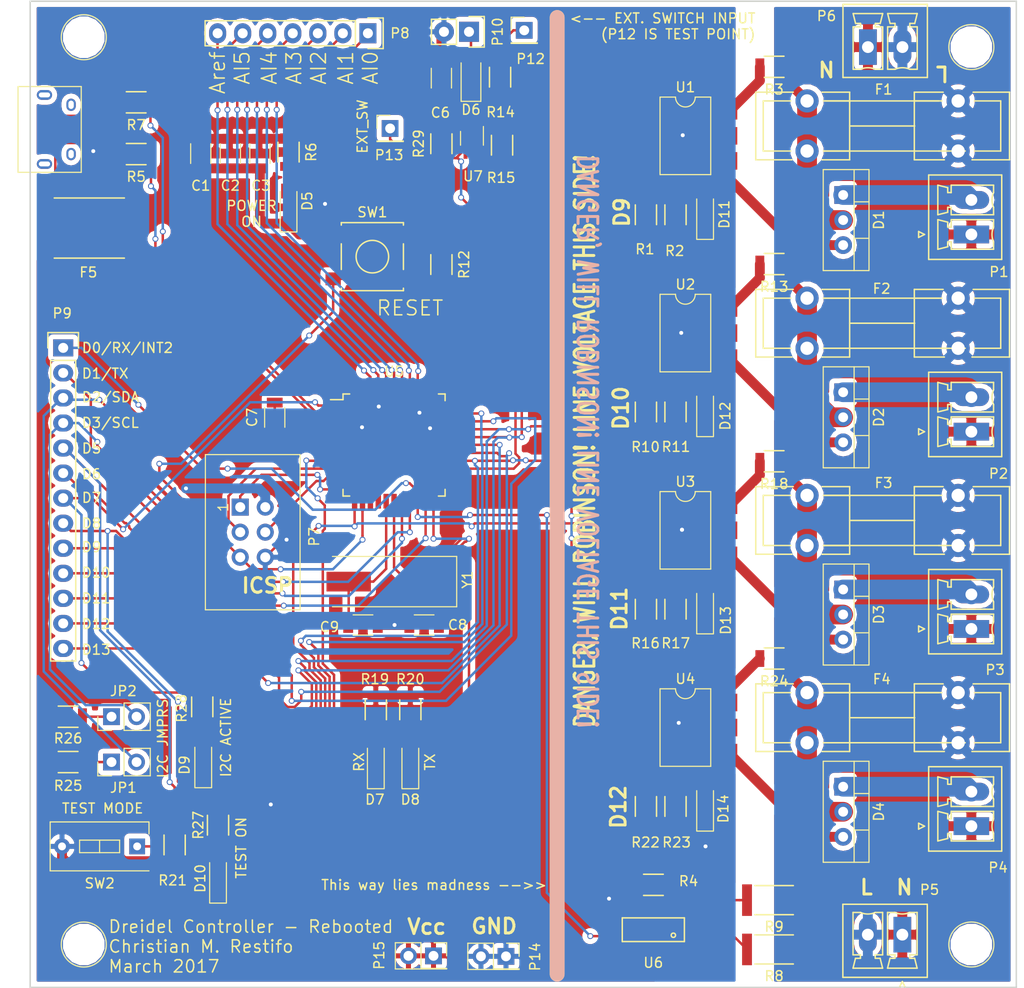
<source format=kicad_pcb>
(kicad_pcb (version 4) (host pcbnew 4.0.5)
  (layers (0 F.Cu signal) (31 B.Cu signal) (34 B.Paste user) (35 F.Paste user) (36 B.SilkS user hide) (37 F.SilkS user) (38 B.Mask user) (39 F.Mask user) (44 Edge.Cuts user))
  (net 0 "")
  (net 1 GND)
  (net 2 VCC)
  (net 3 "Net-(C6-Pad1)")
  (net 4 "Net-(C7-Pad1)")
  (net 5 /N)
  (net 6 "Net-(D5-Pad2)")
  (net 7 "Net-(D6-Pad2)")
  (net 8 "Net-(D7-Pad2)")
  (net 9 "Net-(D8-Pad2)")
  (net 10 "Net-(D10-Pad2)")
  (net 11 "Net-(D11-Pad2)")
  (net 12 RXLED)
  (net 13 "Net-(D12-Pad2)")
  (net 14 TXLED)
  (net 15 "Net-(D13-Pad2)")
  (net 16 +5V)
  (net 17 "Net-(JP1-Pad1)")
  (net 18 D2/SDA)
  (net 19 "Net-(JP2-Pad1)")
  (net 20 D3/SCL)
  (net 21 /L)
  (net 22 MISO)
  (net 23 SCK)
  (net 24 MOSI)
  (net 25 RESET)
  (net 26 AI0)
  (net 27 AI1)
  (net 28 AI2)
  (net 29 AI3)
  (net 30 AI4)
  (net 31 AI5)
  (net 32 AREF)
  (net 33 D0/RX/INT2)
  (net 34 D1/TX)
  (net 35 D5)
  (net 36 D6)
  (net 37 D7)
  (net 38 D8)
  (net 39 D9)
  (net 40 D10)
  (net 41 D11)
  (net 42 D12)
  (net 43 D13)
  (net 44 "Net-(R1-Pad2)")
  (net 45 "Net-(R3-Pad2)")
  (net 46 D+)
  (net 47 D-)
  (net 48 D4/EXT_SW)
  (net 49 "Net-(D1-Pad3)")
  (net 50 "Net-(D2-Pad3)")
  (net 51 "Net-(D3-Pad3)")
  (net 52 "Net-(D4-Pad3)")
  (net 53 "Net-(D14-Pad2)")
  (net 54 "Net-(R10-Pad2)")
  (net 55 "Net-(R13-Pad2)")
  (net 56 "Net-(R16-Pad2)")
  (net 57 "Net-(R18-Pad2)")
  (net 58 "Net-(R22-Pad2)")
  (net 59 "Net-(R24-Pad2)")
  (net 60 "Net-(C8-Pad1)")
  (net 61 "Net-(C9-Pad1)")
  (net 62 "Net-(D9-Pad2)")
  (net 63 "Net-(P11-Pad2)")
  (net 64 "Net-(P11-Pad3)")
  (net 65 "Net-(D1-Pad2)")
  (net 66 "Net-(D2-Pad2)")
  (net 67 "Net-(D3-Pad2)")
  (net 68 "Net-(D4-Pad2)")
  (net 69 "Net-(D1-Pad1)")
  (net 70 "Net-(D2-Pad1)")
  (net 71 "Net-(D3-Pad1)")
  (net 72 "Net-(D4-Pad1)")
  (net 73 "Net-(R8-Pad2)")
  (net 74 "Net-(R9-Pad2)")
  (module Connectors:1pin (layer F.Cu) (at 125 113)
    (fp_text reference REF** hide)
    (fp_text value 1pin)
    (pad "" np_thru_hole circle (at 0 0) (size 3.2 3.2) (drill 3.2) (layers *.Cu *.Mask))
  )
  (module Connectors:1pin (layer F.Cu) (at 35 113)
    (fp_text reference REF** hide)
    (fp_text value 1pin)
    (pad "" np_thru_hole circle (at 0 0) (size 3.2 3.2) (drill 3.2) (layers *.Cu *.Mask))
  )
  (module Connectors:1pin (layer F.Cu) (at 125 22)
    (fp_text reference REF** hide)
    (fp_text value 1pin)
    (pad "" np_thru_hole circle (at 0 0) (size 3.2 3.2) (drill 3.2) (layers *.Cu *.Mask))
  )
  (module SOP-4:SOP-4 (layer F.Cu) (at 92.75 111.5 270)
    (fp_text reference U6 (at 3.35 0 360) (layer F.SilkS))
    (fp_text value HMHAA280)
    (pad 1 smd rect (at 0.635 -3.175 270) (size 0.61 1.52) (layers F.Cu F.Paste F.Mask) (net 73 "Net-(R8-Pad2)"))
    (pad 2 smd rect (at -0.635 -3.175 270) (size 0.61 1.52) (layers F.Cu F.Paste F.Mask) (net 74 "Net-(R9-Pad2)"))
    (pad 3 smd rect (at -0.635 3.175 270) (size 0.61 1.52) (layers F.Cu F.Paste F.Mask) (net 1 GND))
    (pad 4 smd rect (at 0.635 3.175 270) (size 0.61 1.52) (layers F.Cu F.Paste F.Mask) (net 33 D0/RX/INT2))
  )
  (module Resistors_SMD:R_2010 (layer F.Cu) (at 105 113.5 180)
    (fp_text reference R8 (at 0 -2.7 180) (layer F.SilkS))
    (fp_text value 10K)
    (pad 1 smd rect (at -2.75 0 180) (size 1 3.2) (layers F.Cu F.Paste F.Mask) (net 21 /L))
    (pad 2 smd rect (at 2.75 0 180) (size 1 3.2) (layers F.Cu F.Paste F.Mask) (net 73 "Net-(R8-Pad2)"))
  )
  (module Resistors_SMD:R_2010 (layer F.Cu) (at 105 108.5 180)
    (fp_text reference R9 (at 0 -2.7 180) (layer F.SilkS))
    (fp_text value 10K)
    (pad 1 smd rect (at -2.75 0 180) (size 1 3.2) (layers F.Cu F.Paste F.Mask) (net 5 /N))
    (pad 2 smd rect (at 2.75 0 180) (size 1 3.2) (layers F.Cu F.Paste F.Mask) (net 74 "Net-(R9-Pad2)"))
  )
  (module Connect:IDC_Header_Straight_6pins (layer F.Cu) (at 50.86 68.65 270)
    (fp_text reference P7 (at 3 -7.5 270) (layer F.SilkS))
    (fp_text value CONN_02X03)
    (fp_text user 1 (at 0.02 1.72 270) (layer F.SilkS) (effects (font (thickness 0.12))))
    (pad 1 thru_hole rect (at 0 0 270) (size 1.7272 1.7272) (drill 1.016) (layers *.Cu *.Mask) (net 22 MISO))
    (pad 2 thru_hole oval (at 0 -2.54 270) (size 1.7272 1.7272) (drill 1.016) (layers *.Cu *.Mask) (net 2 VCC))
    (pad 3 thru_hole oval (at 2.54 0 270) (size 1.7272 1.7272) (drill 1.016) (layers *.Cu *.Mask) (net 23 SCK))
    (pad 4 thru_hole oval (at 2.54 -2.54 270) (size 1.7272 1.7272) (drill 1.016) (layers *.Cu *.Mask) (net 24 MOSI))
    (pad 5 thru_hole oval (at 5.08 0 270) (size 1.7272 1.7272) (drill 1.016) (layers *.Cu *.Mask) (net 25 RESET))
    (pad 6 thru_hole oval (at 5.08 -2.54 270) (size 1.7272 1.7272) (drill 1.016) (layers *.Cu *.Mask) (net 1 GND))
  )
  (module Connectors_Phoenix:PhoenixContact_MCV-G_02x3.50mm_Vertical (layer F.Cu) (at 114.51 22)
    (fp_text reference P6 (at -4.2 -3.15) (layer F.SilkS))
    (fp_text value CONN_01X02)
    (pad 1 thru_hole rect (at 0 0) (size 1.8 3.6) (drill 1.2) (layers *.Cu *.Mask) (net 5 /N))
    (pad 2 thru_hole oval (at 3.5 0) (size 1.8 3.6) (drill 1.2) (layers *.Cu *.Mask) (net 21 /L))
  )
  (module Resistors_SMD:R_1206 (layer F.Cu) (at 71.26 31.8 90)
    (fp_text reference R29 (at 0 -2.3 90) (layer F.SilkS))
    (fp_text value 10k)
    (pad 1 smd rect (at -1.45 0 90) (size 0.9 1.7) (layers F.Cu F.Paste F.Mask) (net 48 D4/EXT_SW))
    (pad 2 smd rect (at 1.45 0 90) (size 0.9 1.7) (layers F.Cu F.Paste F.Mask) (net 1 GND))
  )
  (module Connectors:USB_Micro-B (layer F.Cu) (at 32.36 30.35 270)
    (fp_text reference P11 hide)
    (fp_text value USB_B)
    (pad 1 smd rect (at -1.3 -1.35) (size 1.35 0.4) (layers F.Cu F.Paste F.Mask) (net 16 +5V))
    (pad 2 smd rect (at -0.65 -1.35) (size 1.35 0.4) (layers F.Cu F.Paste F.Mask) (net 63 "Net-(P11-Pad2)"))
    (pad 3 smd rect (at 0 -1.35) (size 1.35 0.4) (layers F.Cu F.Paste F.Mask) (net 64 "Net-(P11-Pad3)"))
    (pad 4 smd rect (at 0.65 -1.35) (size 1.35 0.4) (layers F.Cu F.Paste F.Mask) (net 1 GND))
    (pad 5 smd rect (at 1.3 -1.35) (size 1.35 0.4) (layers F.Cu F.Paste F.Mask) (net 1 GND))
    (pad 6 thru_hole oval (at -2.5 -1.35) (size 0.95 1.25) (drill oval 0.55 0.85) (layers *.Cu *.Mask))
    (pad 6 thru_hole oval (at 2.5 -1.35) (size 0.95 1.25) (drill oval 0.55 0.85) (layers *.Cu *.Mask))
    (pad 6 thru_hole oval (at -3.5 1.35) (size 1.55 1) (drill oval 1.15 0.5) (layers *.Cu *.Mask))
    (pad 6 thru_hole oval (at 3.5 1.35) (size 1.55 1) (drill oval 1.15 0.5) (layers *.Cu *.Mask))
  )
  (module Resistors_SMD:R_1206 (layer F.Cu) (at 95 79 90)
    (fp_text reference R17 (at -3.4484 0.0214 180) (layer F.SilkS))
    (fp_text value 330)
    (pad 1 smd rect (at -1.45 0 90) (size 0.9 1.7) (layers F.Cu F.Paste F.Mask) (net 41 D11))
    (pad 2 smd rect (at 1.45 0 90) (size 0.9 1.7) (layers F.Cu F.Paste F.Mask) (net 15 "Net-(D13-Pad2)"))
  )
  (module Socket_Strips:Socket_Strip_Straight_1x13 (layer F.Cu) (at 32.91 52.5 270)
    (fp_text reference P9 (at -3.5 0.1 360) (layer F.SilkS))
    (fp_text value CONN_01X13)
    (pad 1 thru_hole rect (at 0 0 270) (size 1.7272 2.032) (drill 1.016) (layers *.Cu *.Mask) (net 33 D0/RX/INT2))
    (pad 2 thru_hole oval (at 2.54 0 270) (size 1.7272 2.032) (drill 1.016) (layers *.Cu *.Mask) (net 34 D1/TX))
    (pad 3 thru_hole oval (at 5.08 0 270) (size 1.7272 2.032) (drill 1.016) (layers *.Cu *.Mask) (net 18 D2/SDA))
    (pad 4 thru_hole oval (at 7.62 0 270) (size 1.7272 2.032) (drill 1.016) (layers *.Cu *.Mask) (net 20 D3/SCL))
    (pad 5 thru_hole oval (at 10.16 0 270) (size 1.7272 2.032) (drill 1.016) (layers *.Cu *.Mask) (net 35 D5))
    (pad 6 thru_hole oval (at 12.7 0 270) (size 1.7272 2.032) (drill 1.016) (layers *.Cu *.Mask) (net 36 D6))
    (pad 7 thru_hole oval (at 15.24 0 270) (size 1.7272 2.032) (drill 1.016) (layers *.Cu *.Mask) (net 37 D7))
    (pad 8 thru_hole oval (at 17.78 0 270) (size 1.7272 2.032) (drill 1.016) (layers *.Cu *.Mask) (net 38 D8))
    (pad 9 thru_hole oval (at 20.32 0 270) (size 1.7272 2.032) (drill 1.016) (layers *.Cu *.Mask) (net 39 D9))
    (pad 10 thru_hole oval (at 22.86 0 270) (size 1.7272 2.032) (drill 1.016) (layers *.Cu *.Mask) (net 40 D10))
    (pad 11 thru_hole oval (at 25.4 0 270) (size 1.7272 2.032) (drill 1.016) (layers *.Cu *.Mask) (net 41 D11))
    (pad 12 thru_hole oval (at 27.94 0 270) (size 1.7272 2.032) (drill 1.016) (layers *.Cu *.Mask) (net 42 D12))
    (pad 13 thru_hole oval (at 30.48 0 270) (size 1.7272 2.032) (drill 1.016) (layers *.Cu *.Mask) (net 43 D13))
  )
  (module Housings_QFP:TQFP-44_10x10mm_Pitch0.8mm (layer F.Cu) (at 66.46 62.35)
    (fp_text reference U5 (at 0 -7.45) (layer F.SilkS))
    (fp_text value ATMEGA32U4-A)
    (pad 1 smd rect (at -5.7 -4) (size 1.5 0.55) (layers F.Cu F.Paste F.Mask) (net 37 D7))
    (pad 2 smd rect (at -5.7 -3.2) (size 1.5 0.55) (layers F.Cu F.Paste F.Mask) (net 2 VCC))
    (pad 3 smd rect (at -5.7 -2.4) (size 1.5 0.55) (layers F.Cu F.Paste F.Mask) (net 47 D-))
    (pad 4 smd rect (at -5.7 -1.6) (size 1.5 0.55) (layers F.Cu F.Paste F.Mask) (net 46 D+))
    (pad 5 smd rect (at -5.7 -0.8) (size 1.5 0.55) (layers F.Cu F.Paste F.Mask) (net 1 GND))
    (pad 6 smd rect (at -5.7 0) (size 1.5 0.55) (layers F.Cu F.Paste F.Mask) (net 4 "Net-(C7-Pad1)"))
    (pad 7 smd rect (at -5.7 0.8) (size 1.5 0.55) (layers F.Cu F.Paste F.Mask) (net 2 VCC))
    (pad 8 smd rect (at -5.7 1.6) (size 1.5 0.55) (layers F.Cu F.Paste F.Mask) (net 12 RXLED))
    (pad 9 smd rect (at -5.7 2.4) (size 1.5 0.55) (layers F.Cu F.Paste F.Mask) (net 23 SCK))
    (pad 10 smd rect (at -5.7 3.2) (size 1.5 0.55) (layers F.Cu F.Paste F.Mask) (net 24 MOSI))
    (pad 11 smd rect (at -5.7 4) (size 1.5 0.55) (layers F.Cu F.Paste F.Mask) (net 22 MISO))
    (pad 12 smd rect (at -4 5.7 90) (size 1.5 0.55) (layers F.Cu F.Paste F.Mask) (net 41 D11))
    (pad 13 smd rect (at -3.2 5.7 90) (size 1.5 0.55) (layers F.Cu F.Paste F.Mask) (net 25 RESET))
    (pad 14 smd rect (at -2.4 5.7 90) (size 1.5 0.55) (layers F.Cu F.Paste F.Mask) (net 2 VCC))
    (pad 15 smd rect (at -1.6 5.7 90) (size 1.5 0.55) (layers F.Cu F.Paste F.Mask) (net 1 GND))
    (pad 16 smd rect (at -0.8 5.7 90) (size 1.5 0.55) (layers F.Cu F.Paste F.Mask) (net 61 "Net-(C9-Pad1)"))
    (pad 17 smd rect (at 0 5.7 90) (size 1.5 0.55) (layers F.Cu F.Paste F.Mask) (net 60 "Net-(C8-Pad1)"))
    (pad 18 smd rect (at 0.8 5.7 90) (size 1.5 0.55) (layers F.Cu F.Paste F.Mask) (net 20 D3/SCL))
    (pad 19 smd rect (at 1.6 5.7 90) (size 1.5 0.55) (layers F.Cu F.Paste F.Mask) (net 18 D2/SDA))
    (pad 20 smd rect (at 2.4 5.7 90) (size 1.5 0.55) (layers F.Cu F.Paste F.Mask) (net 33 D0/RX/INT2))
    (pad 21 smd rect (at 3.2 5.7 90) (size 1.5 0.55) (layers F.Cu F.Paste F.Mask) (net 34 D1/TX))
    (pad 22 smd rect (at 4 5.7 90) (size 1.5 0.55) (layers F.Cu F.Paste F.Mask) (net 14 TXLED))
    (pad 23 smd rect (at 5.7 4) (size 1.5 0.55) (layers F.Cu F.Paste F.Mask) (net 1 GND))
    (pad 24 smd rect (at 5.7 3.2) (size 1.5 0.55) (layers F.Cu F.Paste F.Mask) (net 2 VCC))
    (pad 25 smd rect (at 5.7 2.4) (size 1.5 0.55) (layers F.Cu F.Paste F.Mask) (net 48 D4/EXT_SW))
    (pad 26 smd rect (at 5.7 1.6) (size 1.5 0.55) (layers F.Cu F.Paste F.Mask) (net 42 D12))
    (pad 27 smd rect (at 5.7 0.8) (size 1.5 0.55) (layers F.Cu F.Paste F.Mask) (net 36 D6))
    (pad 28 smd rect (at 5.7 0) (size 1.5 0.55) (layers F.Cu F.Paste F.Mask) (net 38 D8))
    (pad 29 smd rect (at 5.7 -0.8) (size 1.5 0.55) (layers F.Cu F.Paste F.Mask) (net 39 D9))
    (pad 30 smd rect (at 5.7 -1.6) (size 1.5 0.55) (layers F.Cu F.Paste F.Mask) (net 40 D10))
    (pad 31 smd rect (at 5.7 -2.4) (size 1.5 0.55) (layers F.Cu F.Paste F.Mask) (net 35 D5))
    (pad 32 smd rect (at 5.7 -3.2) (size 1.5 0.55) (layers F.Cu F.Paste F.Mask) (net 43 D13))
    (pad 33 smd rect (at 5.7 -4) (size 1.5 0.55) (layers F.Cu F.Paste F.Mask) (net 1 GND))
    (pad 34 smd rect (at 4 -5.7 90) (size 1.5 0.55) (layers F.Cu F.Paste F.Mask) (net 2 VCC))
    (pad 35 smd rect (at 3.2 -5.7 90) (size 1.5 0.55) (layers F.Cu F.Paste F.Mask) (net 1 GND))
    (pad 36 smd rect (at 2.4 -5.7 90) (size 1.5 0.55) (layers F.Cu F.Paste F.Mask) (net 26 AI0))
    (pad 37 smd rect (at 1.6 -5.7 90) (size 1.5 0.55) (layers F.Cu F.Paste F.Mask) (net 27 AI1))
    (pad 38 smd rect (at 0.8 -5.7 90) (size 1.5 0.55) (layers F.Cu F.Paste F.Mask) (net 28 AI2))
    (pad 39 smd rect (at 0 -5.7 90) (size 1.5 0.55) (layers F.Cu F.Paste F.Mask) (net 29 AI3))
    (pad 40 smd rect (at -0.8 -5.7 90) (size 1.5 0.55) (layers F.Cu F.Paste F.Mask) (net 30 AI4))
    (pad 41 smd rect (at -1.6 -5.7 90) (size 1.5 0.55) (layers F.Cu F.Paste F.Mask) (net 31 AI5))
    (pad 42 smd rect (at -2.4 -5.7 90) (size 1.5 0.55) (layers F.Cu F.Paste F.Mask) (net 32 AREF))
    (pad 43 smd rect (at -3.2 -5.7 90) (size 1.5 0.55) (layers F.Cu F.Paste F.Mask) (net 1 GND))
    (pad 44 smd rect (at -4 -5.7 90) (size 1.5 0.55) (layers F.Cu F.Paste F.Mask) (net 2 VCC))
  )
  (module Fuse_Holders_and_Fuses:Fuseholder5x20_horiz_open_lateral_Type-II (layer F.Cu) (at 116 30)
    (fp_text reference F1 (at 0.1 -3.7) (layer F.SilkS))
    (fp_text value Fuse)
    (pad 2 thru_hole circle (at 7.66064 -2.54) (size 2.3495 2.3495) (drill 1.34874) (layers *.Cu *.Mask) (net 21 /L))
    (pad 2 thru_hole circle (at 7.66064 2.54) (size 2.3495 2.3495) (drill 1.34874) (layers *.Cu *.Mask) (net 21 /L))
    (pad 1 thru_hole circle (at -7.66064 -2.54) (size 2.3495 2.3495) (drill 1.34874) (layers *.Cu *.Mask) (net 65 "Net-(D1-Pad2)"))
    (pad 1 thru_hole circle (at -7.66064 2.54) (size 2.3495 2.3495) (drill 1.34874) (layers *.Cu *.Mask) (net 65 "Net-(D1-Pad2)"))
  )
  (module Capacitors_SMD:C_1206 (layer F.Cu) (at 46.86 32.8 270)
    (fp_text reference C1 (at 3.25 0 360) (layer F.SilkS))
    (fp_text value ".1 uF")
    (pad 1 smd rect (at -1.5 0 270) (size 1 1.6) (layers F.Cu F.Paste F.Mask) (net 2 VCC))
    (pad 2 smd rect (at 1.5 0 270) (size 1 1.6) (layers F.Cu F.Paste F.Mask) (net 1 GND))
  )
  (module Capacitors_SMD:C_1206 (layer F.Cu) (at 49.86 32.8 270)
    (fp_text reference C2 (at 3.25 0 360) (layer F.SilkS))
    (fp_text value "1 uF")
    (pad 1 smd rect (at -1.5 0 270) (size 1 1.6) (layers F.Cu F.Paste F.Mask) (net 2 VCC))
    (pad 2 smd rect (at 1.5 0 270) (size 1 1.6) (layers F.Cu F.Paste F.Mask) (net 1 GND))
  )
  (module Capacitors_SMD:C_1206 (layer F.Cu) (at 71.26 25.15 90)
    (fp_text reference C6 (at -3.5 -0.1 180) (layer F.SilkS))
    (fp_text value "1 uF")
    (pad 1 smd rect (at -1.5 0 90) (size 1 1.6) (layers F.Cu F.Paste F.Mask) (net 3 "Net-(C6-Pad1)"))
    (pad 2 smd rect (at 1.5 0 90) (size 1 1.6) (layers F.Cu F.Paste F.Mask) (net 1 GND))
  )
  (module Capacitors_SMD:C_1206 (layer F.Cu) (at 54.36 59.55 90)
    (fp_text reference C7 (at 0 -2.3 90) (layer F.SilkS))
    (fp_text value "1 uF")
    (pad 1 smd rect (at -1.5 0 90) (size 1 1.6) (layers F.Cu F.Paste F.Mask) (net 4 "Net-(C7-Pad1)"))
    (pad 2 smd rect (at 1.5 0 90) (size 1 1.6) (layers F.Cu F.Paste F.Mask) (net 1 GND))
  )
  (module LEDs:LED_1206 (layer F.Cu) (at 55.76 38.25 90)
    (fp_text reference D5 (at 0.6326 1.898 90) (layer F.SilkS))
    (fp_text value LED)
    (pad 2 smd rect (at 1.65 0 270) (size 1.5 1.5) (layers F.Cu F.Paste F.Mask) (net 6 "Net-(D5-Pad2)"))
    (pad 1 smd rect (at -1.65 0 270) (size 1.5 1.5) (layers F.Cu F.Paste F.Mask) (net 1 GND))
  )
  (module LEDs:LED_1206 (layer F.Cu) (at 64.61 94.7 90)
    (fp_text reference D7 (at -3.6 -0.1 180) (layer F.SilkS))
    (fp_text value LED)
    (pad 2 smd rect (at 1.65 0 270) (size 1.5 1.5) (layers F.Cu F.Paste F.Mask) (net 8 "Net-(D7-Pad2)"))
    (pad 1 smd rect (at -1.65 0 270) (size 1.5 1.5) (layers F.Cu F.Paste F.Mask) (net 12 RXLED))
  )
  (module LEDs:LED_1206 (layer F.Cu) (at 68.11 94.7 90)
    (fp_text reference D8 (at -3.6 0 180) (layer F.SilkS))
    (fp_text value LED)
    (pad 2 smd rect (at 1.65 0 270) (size 1.5 1.5) (layers F.Cu F.Paste F.Mask) (net 9 "Net-(D8-Pad2)"))
    (pad 1 smd rect (at -1.65 0 270) (size 1.5 1.5) (layers F.Cu F.Paste F.Mask) (net 14 TXLED))
  )
  (module LEDs:LED_1206 (layer F.Cu) (at 48.61 106.3 90)
    (fp_text reference D10 (at 0 -1.8 90) (layer F.SilkS))
    (fp_text value LED)
    (pad 2 smd rect (at 1.65 0 270) (size 1.5 1.5) (layers F.Cu F.Paste F.Mask) (net 10 "Net-(D10-Pad2)"))
    (pad 1 smd rect (at -1.65 0 270) (size 1.5 1.5) (layers F.Cu F.Paste F.Mask) (net 1 GND))
  )
  (module LEDs:LED_1206 (layer F.Cu) (at 98 39 90)
    (fp_text reference D11 (at 0.0364 1.949 270) (layer F.SilkS))
    (fp_text value LED)
    (pad 2 smd rect (at 1.65 0 270) (size 1.5 1.5) (layers F.Cu F.Paste F.Mask) (net 11 "Net-(D11-Pad2)"))
    (pad 1 smd rect (at -1.65 0 270) (size 1.5 1.5) (layers F.Cu F.Paste F.Mask) (net 1 GND))
  )
  (module LEDs:LED_1206 (layer F.Cu) (at 98 59 90)
    (fp_text reference D12 (at -0.4106 2.0506 270) (layer F.SilkS))
    (fp_text value LED)
    (pad 2 smd rect (at 1.65 0 270) (size 1.5 1.5) (layers F.Cu F.Paste F.Mask) (net 13 "Net-(D12-Pad2)"))
    (pad 1 smd rect (at -1.65 0 270) (size 1.5 1.5) (layers F.Cu F.Paste F.Mask) (net 1 GND))
  )
  (module Fuse_Holders_and_Fuses:Fuse_SMD2920 (layer F.Cu) (at 35.56 40.35 180)
    (fp_text reference F5 (at 0.1 -4.5 180) (layer F.SilkS))
    (fp_text value Fuse)
    (pad 1 smd rect (at -3.7 0 270) (size 5.6 2.3) (layers F.Cu F.Paste F.Mask) (net 2 VCC))
    (pad 2 smd rect (at 3.7 0 270) (size 5.6 2.3) (layers F.Cu F.Paste F.Mask) (net 16 +5V))
  )
  (module Pin_Headers:Pin_Header_Straight_1x02_Pitch2.54mm (layer F.Cu) (at 37.81 94.5 90)
    (fp_text reference JP1 (at -2.6 1.2 180) (layer F.SilkS))
    (fp_text value Jumper_NO_Small)
    (pad 1 thru_hole rect (at 0 0 90) (size 1.7 1.7) (drill 1) (layers *.Cu *.Mask) (net 17 "Net-(JP1-Pad1)"))
    (pad 2 thru_hole oval (at 0 2.54 90) (size 1.7 1.7) (drill 1) (layers *.Cu *.Mask) (net 18 D2/SDA))
  )
  (module Pin_Headers:Pin_Header_Straight_1x02_Pitch2.54mm (layer F.Cu) (at 37.81 89.9 90)
    (fp_text reference JP2 (at 2.6 1.2 180) (layer F.SilkS))
    (fp_text value Jumper_NO_Small)
    (pad 1 thru_hole rect (at 0 0 90) (size 1.7 1.7) (drill 1) (layers *.Cu *.Mask) (net 19 "Net-(JP2-Pad1)"))
    (pad 2 thru_hole oval (at 0 2.54 90) (size 1.7 1.7) (drill 1) (layers *.Cu *.Mask) (net 20 D3/SCL))
  )
  (module Resistors_SMD:R_1206 (layer F.Cu) (at 92 39 90)
    (fp_text reference R1 (at -3.5 -0.1 180) (layer F.SilkS))
    (fp_text value 240)
    (pad 1 smd rect (at -1.45 0 90) (size 0.9 1.7) (layers F.Cu F.Paste F.Mask) (net 39 D9))
    (pad 2 smd rect (at 1.45 0 90) (size 0.9 1.7) (layers F.Cu F.Paste F.Mask) (net 44 "Net-(R1-Pad2)"))
  )
  (module Resistors_SMD:R_1206 (layer F.Cu) (at 95 39 90)
    (fp_text reference R2 (at -3.672 -0.0802 180) (layer F.SilkS))
    (fp_text value 330)
    (pad 1 smd rect (at -1.45 0 90) (size 0.9 1.7) (layers F.Cu F.Paste F.Mask) (net 39 D9))
    (pad 2 smd rect (at 1.45 0 90) (size 0.9 1.7) (layers F.Cu F.Paste F.Mask) (net 11 "Net-(D11-Pad2)"))
  )
  (module Resistors_SMD:R_1206 (layer F.Cu) (at 105 24 180)
    (fp_text reference R3 (at 0 -2.3 180) (layer F.SilkS))
    (fp_text value 180)
    (pad 1 smd rect (at -1.45 0 180) (size 0.9 1.7) (layers F.Cu F.Paste F.Mask) (net 65 "Net-(D1-Pad2)"))
    (pad 2 smd rect (at 1.45 0 180) (size 0.9 1.7) (layers F.Cu F.Paste F.Mask) (net 45 "Net-(R3-Pad2)"))
  )
  (module Resistors_SMD:R_1206 (layer F.Cu) (at 92.76 106.95 180)
    (fp_text reference R4 (at -3.5568 0.3716 180) (layer F.SilkS))
    (fp_text value 4.7k)
    (pad 1 smd rect (at -1.45 0 180) (size 0.9 1.7) (layers F.Cu F.Paste F.Mask) (net 2 VCC))
    (pad 2 smd rect (at 1.45 0 180) (size 0.9 1.7) (layers F.Cu F.Paste F.Mask) (net 33 D0/RX/INT2))
  )
  (module Resistors_SMD:R_1206 (layer F.Cu) (at 40.31 32.85 180)
    (fp_text reference R5 (at 0 -2.3 180) (layer F.SilkS))
    (fp_text value 22)
    (pad 1 smd rect (at -1.45 0 180) (size 0.9 1.7) (layers F.Cu F.Paste F.Mask) (net 46 D+))
    (pad 2 smd rect (at 1.45 0 180) (size 0.9 1.7) (layers F.Cu F.Paste F.Mask) (net 64 "Net-(P11-Pad3)"))
  )
  (module Resistors_SMD:R_1206 (layer F.Cu) (at 55.76 32.65 270)
    (fp_text reference R6 (at 0 -2.3 270) (layer F.SilkS))
    (fp_text value 1000)
    (pad 1 smd rect (at -1.45 0 270) (size 0.9 1.7) (layers F.Cu F.Paste F.Mask) (net 2 VCC))
    (pad 2 smd rect (at 1.45 0 270) (size 0.9 1.7) (layers F.Cu F.Paste F.Mask) (net 6 "Net-(D5-Pad2)"))
  )
  (module Resistors_SMD:R_1206 (layer F.Cu) (at 40.31 27.6 180)
    (fp_text reference R7 (at 0 -2.3 180) (layer F.SilkS))
    (fp_text value 22)
    (pad 1 smd rect (at -1.45 0 180) (size 0.9 1.7) (layers F.Cu F.Paste F.Mask) (net 47 D-))
    (pad 2 smd rect (at 1.45 0 180) (size 0.9 1.7) (layers F.Cu F.Paste F.Mask) (net 63 "Net-(P11-Pad2)"))
  )
  (module Resistors_SMD:R_1206 (layer F.Cu) (at 92 59 90)
    (fp_text reference R10 (at -3.55 -0.04 180) (layer F.SilkS))
    (fp_text value 240)
    (pad 1 smd rect (at -1.45 0 90) (size 0.9 1.7) (layers F.Cu F.Paste F.Mask) (net 40 D10))
    (pad 2 smd rect (at 1.45 0 90) (size 0.9 1.7) (layers F.Cu F.Paste F.Mask) (net 54 "Net-(R10-Pad2)"))
  )
  (module Resistors_SMD:R_1206 (layer F.Cu) (at 95 59 90)
    (fp_text reference R11 (at -3.5348 0.0468 180) (layer F.SilkS))
    (fp_text value 330)
    (pad 1 smd rect (at -1.45 0 90) (size 0.9 1.7) (layers F.Cu F.Paste F.Mask) (net 40 D10))
    (pad 2 smd rect (at 1.45 0 90) (size 0.9 1.7) (layers F.Cu F.Paste F.Mask) (net 13 "Net-(D12-Pad2)"))
  )
  (module Resistors_SMD:R_1206 (layer F.Cu) (at 71.26 44.05 270)
    (fp_text reference R12 (at 0 -2.3 270) (layer F.SilkS))
    (fp_text value 10k)
    (pad 1 smd rect (at -1.45 0 270) (size 0.9 1.7) (layers F.Cu F.Paste F.Mask) (net 2 VCC))
    (pad 2 smd rect (at 1.45 0 270) (size 0.9 1.7) (layers F.Cu F.Paste F.Mask) (net 25 RESET))
  )
  (module Resistors_SMD:R_1206 (layer F.Cu) (at 105 44 180)
    (fp_text reference R13 (at 0 -2.3 180) (layer F.SilkS))
    (fp_text value 180)
    (pad 1 smd rect (at -1.45 0 180) (size 0.9 1.7) (layers F.Cu F.Paste F.Mask) (net 66 "Net-(D2-Pad2)"))
    (pad 2 smd rect (at 1.45 0 180) (size 0.9 1.7) (layers F.Cu F.Paste F.Mask) (net 55 "Net-(R13-Pad2)"))
  )
  (module Resistors_SMD:R_1206 (layer F.Cu) (at 77.21 25.05 90)
    (fp_text reference R14 (at -3.55 0.05 180) (layer F.SilkS))
    (fp_text value 82k)
    (pad 1 smd rect (at -1.45 0 90) (size 0.9 1.7) (layers F.Cu F.Paste F.Mask) (net 2 VCC))
    (pad 2 smd rect (at 1.45 0 90) (size 0.9 1.7) (layers F.Cu F.Paste F.Mask) (net 7 "Net-(D6-Pad2)"))
  )
  (module Resistors_SMD:R_1206 (layer F.Cu) (at 77.41 31.95 90)
    (fp_text reference R15 (at -3.3 -0.1 180) (layer F.SilkS))
    (fp_text value 18k)
    (pad 1 smd rect (at -1.45 0 90) (size 0.9 1.7) (layers F.Cu F.Paste F.Mask) (net 3 "Net-(C6-Pad1)"))
    (pad 2 smd rect (at 1.45 0 90) (size 0.9 1.7) (layers F.Cu F.Paste F.Mask) (net 7 "Net-(D6-Pad2)"))
  )
  (module Resistors_SMD:R_1206 (layer F.Cu) (at 92 79 90)
    (fp_text reference R16 (at -3.45 -0.04 180) (layer F.SilkS))
    (fp_text value 240)
    (pad 1 smd rect (at -1.45 0 90) (size 0.9 1.7) (layers F.Cu F.Paste F.Mask) (net 41 D11))
    (pad 2 smd rect (at 1.45 0 90) (size 0.9 1.7) (layers F.Cu F.Paste F.Mask) (net 56 "Net-(R16-Pad2)"))
  )
  (module Resistors_SMD:R_1206 (layer F.Cu) (at 105 64 180)
    (fp_text reference R18 (at 0 -2.3 180) (layer F.SilkS))
    (fp_text value 180)
    (pad 1 smd rect (at -1.45 0 180) (size 0.9 1.7) (layers F.Cu F.Paste F.Mask) (net 67 "Net-(D3-Pad2)"))
    (pad 2 smd rect (at 1.45 0 180) (size 0.9 1.7) (layers F.Cu F.Paste F.Mask) (net 57 "Net-(R18-Pad2)"))
  )
  (module Resistors_SMD:R_1206 (layer F.Cu) (at 64.61 89.2 270)
    (fp_text reference R19 (at -3.1 0.1 360) (layer F.SilkS))
    (fp_text value 330)
    (pad 1 smd rect (at -1.45 0 270) (size 0.9 1.7) (layers F.Cu F.Paste F.Mask) (net 2 VCC))
    (pad 2 smd rect (at 1.45 0 270) (size 0.9 1.7) (layers F.Cu F.Paste F.Mask) (net 8 "Net-(D7-Pad2)"))
  )
  (module Resistors_SMD:R_1206 (layer F.Cu) (at 68.11 89.2 270)
    (fp_text reference R20 (at -3.1 0 360) (layer F.SilkS))
    (fp_text value 330)
    (pad 1 smd rect (at -1.45 0 270) (size 0.9 1.7) (layers F.Cu F.Paste F.Mask) (net 2 VCC))
    (pad 2 smd rect (at 1.45 0 270) (size 0.9 1.7) (layers F.Cu F.Paste F.Mask) (net 9 "Net-(D8-Pad2)"))
  )
  (module Resistors_SMD:R_1206 (layer F.Cu) (at 44.21 102.9 90)
    (fp_text reference R21 (at -3.6 -0.2 180) (layer F.SilkS))
    (fp_text value 10k)
    (pad 1 smd rect (at -1.45 0 90) (size 0.9 1.7) (layers F.Cu F.Paste F.Mask) (net 2 VCC))
    (pad 2 smd rect (at 1.45 0 90) (size 0.9 1.7) (layers F.Cu F.Paste F.Mask) (net 35 D5))
  )
  (module Resistors_SMD:R_1206 (layer F.Cu) (at 105 84 180)
    (fp_text reference R24 (at 0 -2.3 180) (layer F.SilkS))
    (fp_text value 180)
    (pad 1 smd rect (at -1.45 0 180) (size 0.9 1.7) (layers F.Cu F.Paste F.Mask) (net 68 "Net-(D4-Pad2)"))
    (pad 2 smd rect (at 1.45 0 180) (size 0.9 1.7) (layers F.Cu F.Paste F.Mask) (net 59 "Net-(R24-Pad2)"))
  )
  (module Resistors_SMD:R_1206 (layer F.Cu) (at 33.41 94.5)
    (fp_text reference R25 (at 0 2.4) (layer F.SilkS))
    (fp_text value 4.7k)
    (pad 1 smd rect (at -1.45 0) (size 0.9 1.7) (layers F.Cu F.Paste F.Mask) (net 2 VCC))
    (pad 2 smd rect (at 1.45 0) (size 0.9 1.7) (layers F.Cu F.Paste F.Mask) (net 17 "Net-(JP1-Pad1)"))
  )
  (module Resistors_SMD:R_1206 (layer F.Cu) (at 33.41 89.9)
    (fp_text reference R26 (at 0 2.2) (layer F.SilkS))
    (fp_text value 4.7k)
    (pad 1 smd rect (at -1.45 0) (size 0.9 1.7) (layers F.Cu F.Paste F.Mask) (net 2 VCC))
    (pad 2 smd rect (at 1.45 0) (size 0.9 1.7) (layers F.Cu F.Paste F.Mask) (net 19 "Net-(JP2-Pad1)"))
  )
  (module Resistors_SMD:R_1206 (layer F.Cu) (at 48.61 100.9 270)
    (fp_text reference R27 (at 0 2 270) (layer F.SilkS))
    (fp_text value 330)
    (pad 1 smd rect (at -1.45 0 270) (size 0.9 1.7) (layers F.Cu F.Paste F.Mask) (net 38 D8))
    (pad 2 smd rect (at 1.45 0 270) (size 0.9 1.7) (layers F.Cu F.Paste F.Mask) (net 10 "Net-(D10-Pad2)"))
  )
  (module Buttons_Switches_SMD:SW_SPST_B3S-1000 (layer F.Cu) (at 64.26 43.25)
    (fp_text reference SW1 (at 0 -4.5) (layer F.SilkS))
    (fp_text value SW_Push_Dual)
    (pad 1 smd rect (at -3.975 -2.25) (size 1.55 1.3) (layers F.Cu F.Paste F.Mask) (net 1 GND))
    (pad 1 smd rect (at 3.975 -2.25) (size 1.55 1.3) (layers F.Cu F.Paste F.Mask) (net 1 GND))
    (pad 2 smd rect (at -3.975 2.25) (size 1.55 1.3) (layers F.Cu F.Paste F.Mask) (net 25 RESET))
    (pad 2 smd rect (at 3.975 2.25) (size 1.55 1.3) (layers F.Cu F.Paste F.Mask) (net 25 RESET))
  )
  (module Buttons_Switches_THT:SW_DIP_x1_W7.62mm_Slide (layer F.Cu) (at 40.41 103.05 180)
    (fp_text reference SW2 (at 3.8 -3.75 180) (layer F.SilkS))
    (fp_text value SW_DIP_x01)
    (pad 1 thru_hole rect (at 0 0 180) (size 1.6 1.6) (drill 0.8) (layers *.Cu *.Mask) (net 35 D5))
    (pad 2 thru_hole oval (at 7.62 0 180) (size 1.6 1.6) (drill 0.8) (layers *.Cu *.Mask) (net 1 GND))
  )
  (module LEDs:LED_1206 (layer F.Cu) (at 98 79 90)
    (fp_text reference D13 (at -1.137 2.1014 270) (layer F.SilkS))
    (fp_text value LED)
    (pad 2 smd rect (at 1.65 0 270) (size 1.5 1.5) (layers F.Cu F.Paste F.Mask) (net 15 "Net-(D13-Pad2)"))
    (pad 1 smd rect (at -1.65 0 270) (size 1.5 1.5) (layers F.Cu F.Paste F.Mask) (net 1 GND))
  )
  (module LEDs:LED_1206 (layer F.Cu) (at 98 99 90)
    (fp_text reference D14 (at -0.2378 1.8474 270) (layer F.SilkS))
    (fp_text value LED)
    (pad 2 smd rect (at 1.65 0 270) (size 1.5 1.5) (layers F.Cu F.Paste F.Mask) (net 53 "Net-(D14-Pad2)"))
    (pad 1 smd rect (at -1.65 0 270) (size 1.5 1.5) (layers F.Cu F.Paste F.Mask) (net 1 GND))
  )
  (module Resistors_SMD:R_1206 (layer F.Cu) (at 92 99 90)
    (fp_text reference R22 (at -3.65 -0.04 180) (layer F.SilkS))
    (fp_text value 240)
    (pad 1 smd rect (at -1.45 0 90) (size 0.9 1.7) (layers F.Cu F.Paste F.Mask) (net 42 D12))
    (pad 2 smd rect (at 1.45 0 90) (size 0.9 1.7) (layers F.Cu F.Paste F.Mask) (net 58 "Net-(R22-Pad2)"))
  )
  (module Resistors_SMD:R_1206 (layer F.Cu) (at 95 99 90)
    (fp_text reference R23 (at -3.65 0.11 180) (layer F.SilkS))
    (fp_text value 330)
    (pad 1 smd rect (at -1.45 0 90) (size 0.9 1.7) (layers F.Cu F.Paste F.Mask) (net 42 D12))
    (pad 2 smd rect (at 1.45 0 90) (size 0.9 1.7) (layers F.Cu F.Paste F.Mask) (net 53 "Net-(D14-Pad2)"))
  )
  (module Capacitors_SMD:C_1206 (layer F.Cu) (at 69.51 80.6 180)
    (fp_text reference C8 (at -3.4 0 180) (layer F.SilkS))
    (fp_text value "22 pF")
    (pad 1 smd rect (at -1.5 0 180) (size 1 1.6) (layers F.Cu F.Paste F.Mask) (net 60 "Net-(C8-Pad1)"))
    (pad 2 smd rect (at 1.5 0 180) (size 1 1.6) (layers F.Cu F.Paste F.Mask) (net 1 GND))
  )
  (module Capacitors_SMD:C_1206 (layer F.Cu) (at 63.31 80.6)
    (fp_text reference C9 (at -3.4 0.2) (layer F.SilkS))
    (fp_text value "22 pF")
    (pad 1 smd rect (at -1.5 0) (size 1 1.6) (layers F.Cu F.Paste F.Mask) (net 61 "Net-(C9-Pad1)"))
    (pad 2 smd rect (at 1.5 0) (size 1 1.6) (layers F.Cu F.Paste F.Mask) (net 1 GND))
  )
  (module Crystals:Crystal_SMD_HC49-SD (layer F.Cu) (at 66.11 76.2 180)
    (fp_text reference Y1 (at -7.8 0.2 270) (layer F.SilkS))
    (fp_text value "16 MHz Crystal")
    (pad 1 smd rect (at -4.25 0 180) (size 4.5 2) (layers F.Cu F.Paste F.Mask) (net 60 "Net-(C8-Pad1)"))
    (pad 2 smd rect (at 4.25 0 180) (size 4.5 2) (layers F.Cu F.Paste F.Mask) (net 61 "Net-(C9-Pad1)"))
  )
  (module LEDs:LED_1206 (layer F.Cu) (at 47.11 94.6 90)
    (fp_text reference D9 (at -0.2 -1.9 90) (layer F.SilkS))
    (fp_text value LED)
    (pad 2 smd rect (at 1.65 0 270) (size 1.5 1.5) (layers F.Cu F.Paste F.Mask) (net 62 "Net-(D9-Pad2)"))
    (pad 1 smd rect (at -1.65 0 270) (size 1.5 1.5) (layers F.Cu F.Paste F.Mask) (net 1 GND))
  )
  (module Resistors_SMD:R_1206 (layer F.Cu) (at 47.01 88.9 270)
    (fp_text reference R28 (at 0.15 2.1 270) (layer F.SilkS))
    (fp_text value 330)
    (pad 1 smd rect (at -1.45 0 270) (size 0.9 1.7) (layers F.Cu F.Paste F.Mask) (net 37 D7))
    (pad 2 smd rect (at 1.45 0 270) (size 0.9 1.7) (layers F.Cu F.Paste F.Mask) (net 62 "Net-(D9-Pad2)"))
  )
  (module Fuse_Holders_and_Fuses:Fuseholder5x20_horiz_open_lateral_Type-II (layer F.Cu) (at 116 50)
    (fp_text reference F2 (at -0.1 -3.5) (layer F.SilkS))
    (fp_text value Fuse)
    (pad 2 thru_hole circle (at 7.66064 -2.54) (size 2.3495 2.3495) (drill 1.34874) (layers *.Cu *.Mask) (net 21 /L))
    (pad 2 thru_hole circle (at 7.66064 2.54) (size 2.3495 2.3495) (drill 1.34874) (layers *.Cu *.Mask) (net 21 /L))
    (pad 1 thru_hole circle (at -7.66064 -2.54) (size 2.3495 2.3495) (drill 1.34874) (layers *.Cu *.Mask) (net 66 "Net-(D2-Pad2)"))
    (pad 1 thru_hole circle (at -7.66064 2.54) (size 2.3495 2.3495) (drill 1.34874) (layers *.Cu *.Mask) (net 66 "Net-(D2-Pad2)"))
  )
  (module Fuse_Holders_and_Fuses:Fuseholder5x20_horiz_open_lateral_Type-II (layer F.Cu) (at 116 70)
    (fp_text reference F3 (at 0.1 -3.8) (layer F.SilkS))
    (fp_text value Fuse)
    (pad 2 thru_hole circle (at 7.66064 -2.54) (size 2.3495 2.3495) (drill 1.34874) (layers *.Cu *.Mask) (net 21 /L))
    (pad 2 thru_hole circle (at 7.66064 2.54) (size 2.3495 2.3495) (drill 1.34874) (layers *.Cu *.Mask) (net 21 /L))
    (pad 1 thru_hole circle (at -7.66064 -2.54) (size 2.3495 2.3495) (drill 1.34874) (layers *.Cu *.Mask) (net 67 "Net-(D3-Pad2)"))
    (pad 1 thru_hole circle (at -7.66064 2.54) (size 2.3495 2.3495) (drill 1.34874) (layers *.Cu *.Mask) (net 67 "Net-(D3-Pad2)"))
  )
  (module Fuse_Holders_and_Fuses:Fuseholder5x20_horiz_open_lateral_Type-II (layer F.Cu) (at 116 90)
    (fp_text reference F4 (at -0.09 -3.9) (layer F.SilkS))
    (fp_text value Fuse)
    (pad 2 thru_hole circle (at 7.66064 -2.54) (size 2.3495 2.3495) (drill 1.34874) (layers *.Cu *.Mask) (net 21 /L))
    (pad 2 thru_hole circle (at 7.66064 2.54) (size 2.3495 2.3495) (drill 1.34874) (layers *.Cu *.Mask) (net 21 /L))
    (pad 1 thru_hole circle (at -7.66064 -2.54) (size 2.3495 2.3495) (drill 1.34874) (layers *.Cu *.Mask) (net 68 "Net-(D4-Pad2)"))
    (pad 1 thru_hole circle (at -7.66064 2.54) (size 2.3495 2.3495) (drill 1.34874) (layers *.Cu *.Mask) (net 68 "Net-(D4-Pad2)"))
  )
  (module Connectors_Phoenix:PhoenixContact_MCV-G_02x3.50mm_Vertical (layer F.Cu) (at 125 61 90)
    (fp_text reference P2 (at -4.25 2.76 180) (layer F.SilkS))
    (fp_text value CONN_01X02)
    (pad 1 thru_hole rect (at 0 0 90) (size 1.8 3.6) (drill 1.2) (layers *.Cu *.Mask) (net 5 /N))
    (pad 2 thru_hole oval (at 3.5 0 90) (size 1.8 3.6) (drill 1.2) (layers *.Cu *.Mask) (net 70 "Net-(D2-Pad1)"))
  )
  (module Connectors_Phoenix:PhoenixContact_MCV-G_02x3.50mm_Vertical (layer F.Cu) (at 125 81 90)
    (fp_text reference P3 (at -4.15 2.41 180) (layer F.SilkS))
    (fp_text value CONN_01X02)
    (pad 1 thru_hole rect (at 0 0 90) (size 1.8 3.6) (drill 1.2) (layers *.Cu *.Mask) (net 5 /N))
    (pad 2 thru_hole oval (at 3.5 0 90) (size 1.8 3.6) (drill 1.2) (layers *.Cu *.Mask) (net 71 "Net-(D3-Pad1)"))
  )
  (module Connectors_Phoenix:PhoenixContact_MCV-G_02x3.50mm_Vertical (layer F.Cu) (at 118 112 180)
    (fp_text reference P5 (at -2.76 4.55 180) (layer F.SilkS))
    (fp_text value CONN_01X02)
    (pad 1 thru_hole rect (at 0 0 180) (size 1.8 3.6) (drill 1.2) (layers *.Cu *.Mask) (net 5 /N))
    (pad 2 thru_hole oval (at 3.5 0 180) (size 1.8 3.6) (drill 1.2) (layers *.Cu *.Mask) (net 21 /L))
  )
  (module Connectors_Phoenix:PhoenixContact_MCV-G_02x3.50mm_Vertical (layer F.Cu) (at 125 41 90)
    (fp_text reference P1 (at -3.8 2.8 180) (layer F.SilkS))
    (fp_text value CONN_01X02)
    (pad 1 thru_hole rect (at 0 0 90) (size 1.8 3.6) (drill 1.2) (layers *.Cu *.Mask) (net 5 /N))
    (pad 2 thru_hole oval (at 3.5 0 90) (size 1.8 3.6) (drill 1.2) (layers *.Cu *.Mask) (net 69 "Net-(D1-Pad1)"))
  )
  (module Connectors_Phoenix:PhoenixContact_MCV-G_02x3.50mm_Vertical (layer F.Cu) (at 125 101 90)
    (fp_text reference P4 (at -4.2 2.71 180) (layer F.SilkS))
    (fp_text value CONN_01X02)
    (pad 1 thru_hole rect (at 0 0 90) (size 1.8 3.6) (drill 1.2) (layers *.Cu *.Mask) (net 5 /N))
    (pad 2 thru_hole oval (at 3.5 0 90) (size 1.8 3.6) (drill 1.2) (layers *.Cu *.Mask) (net 72 "Net-(D4-Pad1)"))
  )
  (module Socket_Strips:Socket_Strip_Straight_1x07 (layer F.Cu) (at 63.81 20.6 180)
    (fp_text reference P8 (at -3.25 0 180) (layer F.SilkS))
    (fp_text value CONN_01X07)
    (pad 1 thru_hole rect (at 0 0 180) (size 1.7272 2.032) (drill 1.016) (layers *.Cu *.Mask) (net 26 AI0))
    (pad 2 thru_hole oval (at 2.54 0 180) (size 1.7272 2.032) (drill 1.016) (layers *.Cu *.Mask) (net 27 AI1))
    (pad 3 thru_hole oval (at 5.08 0 180) (size 1.7272 2.032) (drill 1.016) (layers *.Cu *.Mask) (net 28 AI2))
    (pad 4 thru_hole oval (at 7.62 0 180) (size 1.7272 2.032) (drill 1.016) (layers *.Cu *.Mask) (net 29 AI3))
    (pad 5 thru_hole oval (at 10.16 0 180) (size 1.7272 2.032) (drill 1.016) (layers *.Cu *.Mask) (net 30 AI4))
    (pad 6 thru_hole oval (at 12.7 0 180) (size 1.7272 2.032) (drill 1.016) (layers *.Cu *.Mask) (net 31 AI5))
    (pad 7 thru_hole oval (at 15.24 0 180) (size 1.7272 2.032) (drill 1.016) (layers *.Cu *.Mask) (net 32 AREF))
  )
  (module Socket_Strips:Socket_Strip_Straight_1x02 (layer F.Cu) (at 74.06 20.45 180)
    (fp_text reference P10 (at -2.9 0 270) (layer F.SilkS))
    (fp_text value CONN_01X02)
    (pad 1 thru_hole rect (at 0 0 180) (size 2.032 2.032) (drill 1.016) (layers *.Cu *.Mask) (net 7 "Net-(D6-Pad2)"))
    (pad 2 thru_hole oval (at 2.54 0 180) (size 2.032 2.032) (drill 1.016) (layers *.Cu *.Mask) (net 1 GND))
  )
  (module Diodes_SMD:D_SOD-123 (layer F.Cu) (at 74.26 25.25 90)
    (fp_text reference D6 (at -3.1 0 180) (layer F.SilkS))
    (fp_text value D)
    (pad 1 smd rect (at -1.65 0 90) (size 0.9 1.2) (layers F.Cu F.Paste F.Mask) (net 3 "Net-(C6-Pad1)"))
    (pad 2 smd rect (at 1.65 0 90) (size 0.9 1.2) (layers F.Cu F.Paste F.Mask) (net 7 "Net-(D6-Pad2)"))
  )
  (module Capacitors_SMD:C_1206 (layer F.Cu) (at 52.86 32.8 270)
    (fp_text reference C3 (at 3.25 -0.1 360) (layer F.SilkS))
    (fp_text value 10uF)
    (pad 1 smd rect (at -1.5 0 270) (size 1 1.6) (layers F.Cu F.Paste F.Mask) (net 2 VCC))
    (pad 2 smd rect (at 1.5 0 270) (size 1 1.6) (layers F.Cu F.Paste F.Mask) (net 1 GND))
  )
  (module TO_SOT_Packages_SMD:SOT-353_SC-70-5_Handsoldering (layer F.Cu) (at 74.36 31.25 270)
    (fp_text reference U7 (at 3.85 -0.1 360) (layer F.SilkS))
    (fp_text value 74LVC1G17)
    (pad 1 smd rect (at -1.33 -0.65 270) (size 1.5 0.4) (layers F.Cu F.Paste F.Mask))
    (pad 2 smd rect (at -1.33 0 270) (size 1.5 0.4) (layers F.Cu F.Paste F.Mask) (net 3 "Net-(C6-Pad1)"))
    (pad 3 smd rect (at -1.33 0.65 270) (size 1.5 0.4) (layers F.Cu F.Paste F.Mask) (net 1 GND))
    (pad 4 smd rect (at 1.33 0.65 270) (size 1.5 0.4) (layers F.Cu F.Paste F.Mask) (net 48 D4/EXT_SW))
    (pad 5 smd rect (at 1.33 -0.65 270) (size 1.5 0.4) (layers F.Cu F.Paste F.Mask) (net 2 VCC))
  )
  (module TO_SOT_Packages_THT:TO-220_Vertical (layer F.Cu) (at 112 37 270)
    (fp_text reference D1 (at 2.54 -3.62 270) (layer F.SilkS))
    (fp_text value Q_TRIAC_AAG_correct)
    (pad 1 thru_hole rect (at 0 0 270) (size 1.8 1.8) (drill 1) (layers *.Cu *.Mask) (net 69 "Net-(D1-Pad1)"))
    (pad 2 thru_hole oval (at 2.54 0 270) (size 1.8 1.8) (drill 1) (layers *.Cu *.Mask) (net 65 "Net-(D1-Pad2)"))
    (pad 3 thru_hole oval (at 5.08 0 270) (size 1.8 1.8) (drill 1) (layers *.Cu *.Mask) (net 49 "Net-(D1-Pad3)"))
  )
  (module TO_SOT_Packages_THT:TO-220_Vertical (layer F.Cu) (at 112 57 270)
    (fp_text reference D2 (at 2.54 -3.62 270) (layer F.SilkS))
    (fp_text value Q_TRIAC_AAG_correct)
    (pad 1 thru_hole rect (at 0 0 270) (size 1.8 1.8) (drill 1) (layers *.Cu *.Mask) (net 70 "Net-(D2-Pad1)"))
    (pad 2 thru_hole oval (at 2.54 0 270) (size 1.8 1.8) (drill 1) (layers *.Cu *.Mask) (net 66 "Net-(D2-Pad2)"))
    (pad 3 thru_hole oval (at 5.08 0 270) (size 1.8 1.8) (drill 1) (layers *.Cu *.Mask) (net 50 "Net-(D2-Pad3)"))
  )
  (module TO_SOT_Packages_THT:TO-220_Vertical (layer F.Cu) (at 112 77 270)
    (fp_text reference D3 (at 2.54 -3.62 270) (layer F.SilkS))
    (fp_text value Q_TRIAC_AAG_correct)
    (pad 1 thru_hole rect (at 0 0 270) (size 1.8 1.8) (drill 1) (layers *.Cu *.Mask) (net 71 "Net-(D3-Pad1)"))
    (pad 2 thru_hole oval (at 2.54 0 270) (size 1.8 1.8) (drill 1) (layers *.Cu *.Mask) (net 67 "Net-(D3-Pad2)"))
    (pad 3 thru_hole oval (at 5.08 0 270) (size 1.8 1.8) (drill 1) (layers *.Cu *.Mask) (net 51 "Net-(D3-Pad3)"))
  )
  (module TO_SOT_Packages_THT:TO-220_Vertical (layer F.Cu) (at 112 97 270)
    (fp_text reference D4 (at 2.54 -3.62 270) (layer F.SilkS))
    (fp_text value Q_TRIAC_AAG_correct)
    (pad 1 thru_hole rect (at 0 0 270) (size 1.8 1.8) (drill 1) (layers *.Cu *.Mask) (net 72 "Net-(D4-Pad1)"))
    (pad 2 thru_hole oval (at 2.54 0 270) (size 1.8 1.8) (drill 1) (layers *.Cu *.Mask) (net 68 "Net-(D4-Pad2)"))
    (pad 3 thru_hole oval (at 5.08 0 270) (size 1.8 1.8) (drill 1) (layers *.Cu *.Mask) (net 52 "Net-(D4-Pad3)"))
  )
  (module Socket_Strips:Socket_Strip_Straight_1x01_Pitch2.54mm (layer F.Cu) (at 79.66 20.3)
    (fp_text reference P12 (at 0.65 2.9) (layer F.SilkS))
    (fp_text value CONN_01X01)
    (pad 1 thru_hole rect (at 0 0) (size 1.7 1.7) (drill 1) (layers *.Cu *.Mask) (net 7 "Net-(D6-Pad2)"))
  )
  (module Socket_Strips:Socket_Strip_Straight_2x01_Pitch2.54mm (layer F.Cu) (at 77.81 114.2)
    (fp_text reference P14 (at 2.95 0.05 270) (layer F.SilkS))
    (fp_text value CONN_01X02)
    (pad 1 thru_hole rect (at 0 0) (size 1.7 1.7) (drill 1) (layers *.Cu *.Mask) (net 1 GND))
    (pad 2 thru_hole oval (at -2.54 0) (size 1.7 1.7) (drill 1) (layers *.Cu *.Mask) (net 1 GND))
  )
  (module Socket_Strips:Socket_Strip_Straight_2x01_Pitch2.54mm (layer F.Cu) (at 70.46 114.15)
    (fp_text reference P15 (at -5.5 -0.05 90) (layer F.SilkS))
    (fp_text value CONN_01X02)
    (pad 1 thru_hole rect (at 0 0) (size 1.7 1.7) (drill 1) (layers *.Cu *.Mask) (net 2 VCC))
    (pad 2 thru_hole oval (at -2.54 0) (size 1.7 1.7) (drill 1) (layers *.Cu *.Mask) (net 2 VCC))
  )
  (module SOP-4:DIP-6_W7.62mm_SMD-MOC3010M-Correct (layer F.Cu) (at 96 31)
    (fp_text reference U1 (at 0 -4.93) (layer F.SilkS))
    (fp_text value MOC3010M)
    (pad 1 smd rect (at -4.5 -2.54) (size 1.525 1.78) (layers F.Cu F.Paste F.Mask) (net 44 "Net-(R1-Pad2)"))
    (pad 4 smd rect (at 4.5 2.54) (size 1.525 1.78) (layers F.Cu F.Paste F.Mask) (net 49 "Net-(D1-Pad3)"))
    (pad 2 smd rect (at -4.5 0) (size 1.525 1.78) (layers F.Cu F.Paste F.Mask) (net 1 GND))
    (pad 5 smd rect (at 4.5 0) (size 1.525 1.78) (layers F.Cu F.Paste F.Mask))
    (pad 3 smd rect (at -4.5 2.54) (size 1.525 1.78) (layers F.Cu F.Paste F.Mask))
    (pad 6 smd rect (at 4.5 -2.54) (size 1.525 1.78) (layers F.Cu F.Paste F.Mask) (net 45 "Net-(R3-Pad2)"))
  )
  (module SOP-4:DIP-6_W7.62mm_SMD-MOC3010M-Correct (layer F.Cu) (at 96 51)
    (fp_text reference U2 (at 0 -4.93) (layer F.SilkS))
    (fp_text value MOC3010M)
    (pad 1 smd rect (at -4.5 -2.54) (size 1.525 1.78) (layers F.Cu F.Paste F.Mask) (net 54 "Net-(R10-Pad2)"))
    (pad 4 smd rect (at 4.5 2.54) (size 1.525 1.78) (layers F.Cu F.Paste F.Mask) (net 50 "Net-(D2-Pad3)"))
    (pad 2 smd rect (at -4.5 0) (size 1.525 1.78) (layers F.Cu F.Paste F.Mask) (net 1 GND))
    (pad 5 smd rect (at 4.5 0) (size 1.525 1.78) (layers F.Cu F.Paste F.Mask))
    (pad 3 smd rect (at -4.5 2.54) (size 1.525 1.78) (layers F.Cu F.Paste F.Mask))
    (pad 6 smd rect (at 4.5 -2.54) (size 1.525 1.78) (layers F.Cu F.Paste F.Mask) (net 55 "Net-(R13-Pad2)"))
  )
  (module SOP-4:DIP-6_W7.62mm_SMD-MOC3010M-Correct (layer F.Cu) (at 96 71)
    (fp_text reference U3 (at 0 -4.93) (layer F.SilkS))
    (fp_text value MOC3010M)
    (pad 1 smd rect (at -4.5 -2.54) (size 1.525 1.78) (layers F.Cu F.Paste F.Mask) (net 56 "Net-(R16-Pad2)"))
    (pad 4 smd rect (at 4.5 2.54) (size 1.525 1.78) (layers F.Cu F.Paste F.Mask) (net 51 "Net-(D3-Pad3)"))
    (pad 2 smd rect (at -4.5 0) (size 1.525 1.78) (layers F.Cu F.Paste F.Mask) (net 1 GND))
    (pad 5 smd rect (at 4.5 0) (size 1.525 1.78) (layers F.Cu F.Paste F.Mask))
    (pad 3 smd rect (at -4.5 2.54) (size 1.525 1.78) (layers F.Cu F.Paste F.Mask))
    (pad 6 smd rect (at 4.5 -2.54) (size 1.525 1.78) (layers F.Cu F.Paste F.Mask) (net 57 "Net-(R18-Pad2)"))
  )
  (module SOP-4:DIP-6_W7.62mm_SMD-MOC3010M-Correct (layer F.Cu) (at 96 91)
    (fp_text reference U4 (at 0 -4.93) (layer F.SilkS))
    (fp_text value MOC3010M)
    (pad 1 smd rect (at -4.5 -2.54) (size 1.525 1.78) (layers F.Cu F.Paste F.Mask) (net 58 "Net-(R22-Pad2)"))
    (pad 4 smd rect (at 4.5 2.54) (size 1.525 1.78) (layers F.Cu F.Paste F.Mask) (net 52 "Net-(D4-Pad3)"))
    (pad 2 smd rect (at -4.5 0) (size 1.525 1.78) (layers F.Cu F.Paste F.Mask) (net 1 GND))
    (pad 5 smd rect (at 4.5 0) (size 1.525 1.78) (layers F.Cu F.Paste F.Mask))
    (pad 3 smd rect (at -4.5 2.54) (size 1.525 1.78) (layers F.Cu F.Paste F.Mask))
    (pad 6 smd rect (at 4.5 -2.54) (size 1.525 1.78) (layers F.Cu F.Paste F.Mask) (net 59 "Net-(R24-Pad2)"))
  )
  (module Socket_Strips:Socket_Strip_Straight_1x01_Pitch2.54mm (layer F.Cu) (at 66.06 30.25)
    (fp_text reference P13 (at -0.1 2.7 180) (layer F.SilkS))
    (fp_text value CONN_01X01)
    (pad 1 thru_hole rect (at 0 0) (size 1.7 1.7) (drill 1) (layers *.Cu *.Mask) (net 48 D4/EXT_SW))
  )
  (module Connectors:1pin (layer F.Cu) (at 35 21)
    (fp_text reference REF** hide)
    (fp_text value 1pin)
    (pad "" np_thru_hole circle (at 0 0) (size 3.2 3.2) (drill 3.2) (layers *.Cu *.Mask))
  )
  (gr_text EXT_SW (at 63.26 30.05 90) (layer F.SilkS) (effects (font (size 1 1))))
  (gr_text Vcc (at 69.76 111.2) (layer F.SilkS) (effects (font (size 1.5 1.5) (thickness 0.3))))
  (gr_text GND (at 76.61 111.15) (layer F.SilkS) (effects (font (size 1.5 1.5) (thickness 0.3))))
  (gr_text D12 (at 89.21 99.05 90) (layer F.SilkS) (effects (font (size 1.5 1.5) (thickness 0.3))))
  (gr_text D11 (at 89.31 78.95 90) (layer F.SilkS) (effects (font (size 1.5 1.5) (thickness 0.3))))
  (gr_text D10 (at 89.46 58.6 90) (layer F.SilkS) (effects (font (size 1.5 1.5) (thickness 0.3))))
  (gr_text D9 (at 89.56 38.75 90) (layer F.SilkS) (effects (font (size 1.5 1.5) (thickness 0.3))))
  (gr_text "<-- EXT. SWITCH INPUT\n(P12 IS TEST POINT)" (at 103.2002 19.8882) (layer F.SilkS) (effects (font (size 1 1)) (justify right)))
  (gr_text "This way lies madness -->>" (at 70.5104 106.9594) (layer F.SilkS) (effects (font (size 1 1))))
  (gr_text "Dreidel Controller - Rebooted\nChristian M. Restifo\nMarch 2017" (at 37.41 113.2) (layer F.SilkS) (effects (font (size 1.25 1.25)) (justify left)))
  (gr_text RESET (at 68.072 48.4632) (layer F.SilkS) (effects (font (size 1.5 1.5))))
  (gr_line (start 83 116) (end 83 19) (angle 90) (layer B.SilkS) (width 1.5))
  (gr_text "DANGER, WILL ROBINSON! LINE VOLTAGE THIS SIDE!" (at 85.81 61.95 90) (layer F.SilkS) (effects (font (size 2 1.5) (thickness 0.3))))
  (gr_text "DANGER, WILL ROBINSON! LINE VOLTAGE THIS SIDE!" (at 86.21 62 90) (layer B.SilkS) (effects (font (size 2 1.5) (thickness 0.3)) (justify mirror)))
  (gr_line (start 83 116) (end 83 19) (angle 90) (layer F.SilkS) (width 1.5))
  (gr_text N (at 118.21 107.2) (layer F.SilkS) (effects (font (size 1.5 1.5) (thickness 0.3))))
  (gr_text N (at 110.31 24.2 180) (layer F.SilkS) (effects (font (size 1.5 1.5) (thickness 0.3))))
  (gr_text L (at 114.36 107.2) (layer F.SilkS) (effects (font (size 1.5 1.5) (thickness 0.3))))
  (gr_text L (at 122.06 24.7 180) (layer F.SilkS) (effects (font (size 1.5 1.5) (thickness 0.3))))
  (gr_text RX (at 62.91 94.5 90) (layer F.SilkS) (effects (font (size 1 1))))
  (gr_text "POWER\nON" (at 52.01 38.9) (layer F.SilkS) (effects (font (size 1 1))))
  (gr_text "I2C ACTIVE" (at 49.41 92 90) (layer F.SilkS) (effects (font (size 1 1))))
  (gr_text "TEST ON" (at 50.96 103.2 90) (layer F.SilkS) (effects (font (size 1 1))))
  (gr_text "TEST MODE" (at 36.91 99.2) (layer F.SilkS) (effects (font (size 1 1))))
  (gr_text "I2C JMPRS" (at 43.01 92.1 90) (layer F.SilkS) (effects (font (size 1 1))))
  (gr_text TX (at 70.11 94.5 90) (layer F.SilkS) (effects (font (size 1 1))))
  (gr_text ICSP (at 53.6194 76.6064) (layer F.SilkS) (effects (font (size 1.5 1.5) (thickness 0.3))))
  (gr_text D13 (at 34.71 83.1) (layer F.SilkS) (effects (font (size 1 1)) (justify left)))
  (gr_text D12 (at 34.71 80.5) (layer F.SilkS) (effects (font (size 1 1)) (justify left)))
  (gr_text D11 (at 34.71 77.9) (layer F.SilkS) (effects (font (size 1 1)) (justify left)))
  (gr_text D10 (at 34.71 75.3) (layer F.SilkS) (effects (font (size 1 1)) (justify left)))
  (gr_text D9 (at 34.71 72.7) (layer F.SilkS) (effects (font (size 1 1)) (justify left)))
  (gr_text D8 (at 34.71 70.3) (layer F.SilkS) (effects (font (size 1 1)) (justify left)))
  (gr_text D7 (at 34.71 67.7) (layer F.SilkS) (effects (font (size 1 1)) (justify left)))
  (gr_text D6 (at 34.71 65.3) (layer F.SilkS) (effects (font (size 1 1)) (justify left)))
  (gr_text D5 (at 34.71 62.7) (layer F.SilkS) (effects (font (size 1 1)) (justify left)))
  (gr_text D3/SCL (at 34.71 60.1) (layer F.SilkS) (effects (font (size 1 1)) (justify left)))
  (gr_text D2/SDA (at 34.71 57.5) (layer F.SilkS) (effects (font (size 1 1)) (justify left)))
  (gr_text D1/TX (at 34.71 55.1) (layer F.SilkS) (effects (font (size 1 1)) (justify left)))
  (gr_text D0/RX/INT2 (at 34.71 52.5) (layer F.SilkS) (effects (font (size 1 1)) (justify left)))
  (gr_text AI0 (at 64.06 24.1 90) (layer F.SilkS) (effects (font (size 1.5 1.5))))
  (gr_text AI1 (at 61.56 24.1 90) (layer F.SilkS) (effects (font (size 1.5 1.5))))
  (gr_text AI2 (at 58.81 24.1 90) (layer F.SilkS) (effects (font (size 1.5 1.5))))
  (gr_text AI3 (at 56.31 24.1 90) (layer F.SilkS) (effects (font (size 1.5 1.5))))
  (gr_text AI4 (at 53.81 24.1 90) (layer F.SilkS) (effects (font (size 1.5 1.5))))
  (gr_text AI5 (at 51.06 24.1 90) (layer F.SilkS) (effects (font (size 1.5 1.5))))
  (gr_text Aref (at 48.56 24.6 90) (layer F.SilkS) (effects (font (size 1.5 1.5))))
  (gr_line (start 29.56 117.35) (end 29.56 17.35) (angle 90) (layer Edge.Cuts) (width 0.15))
  (gr_line (start 129.56 117.35) (end 29.56 117.35) (angle 90) (layer Edge.Cuts) (width 0.15))
  (gr_line (start 129.56 17.35) (end 129.56 117.35) (angle 90) (layer Edge.Cuts) (width 0.15))
  (gr_line (start 29.56 17.35) (end 129.56 17.35) (angle 90) (layer Edge.Cuts) (width 0.15))
  (segment (start 31.76 53.77) (end 31.9124 53.77) (width 0.25) (layer B.Cu) (net 0))
  (segment (start 33.71 31.65) (end 35.06 31.65) (width 0.25) (layer F.Cu) (net 1))
  (segment (start 35.06 31.65) (end 35.96 32.55) (width 0.25) (layer F.Cu) (net 1))
  (via (at 35.96 32.55) (size 0.6) (drill 0.4) (layers F.Cu B.Cu) (net 1))
  (segment (start 33.71 31) (end 33.71 31.65) (width 0.25) (layer F.Cu) (net 1))
  (segment (start 53.4 73.73) (end 55.18 71.95) (width 0.25) (layer F.Cu) (net 1))
  (segment (start 55.18 71.95) (end 55.56 71.95) (width 0.25) (layer F.Cu) (net 1))
  (via (at 55.56 71.95) (size 0.6) (drill 0.4) (layers F.Cu B.Cu) (net 1))
  (segment (start 60.76 61.55) (end 57.11 61.55) (width 0.25) (layer F.Cu) (net 1))
  (segment (start 57.11 61.55) (end 54.36 58.8) (width 0.25) (layer F.Cu) (net 1))
  (segment (start 54.36 58.8) (end 54.36 58.05) (width 0.25) (layer F.Cu) (net 1))
  (segment (start 89.575 110.56) (end 89.575 109.665) (width 0.25) (layer F.Cu) (net 1))
  (via (at 88.26 108.35) (size 0.6) (drill 0.4) (layers F.Cu B.Cu) (net 1))
  (segment (start 89.575 109.665) (end 88.26 108.35) (width 0.25) (layer F.Cu) (net 1))
  (segment (start 73.71 30.3) (end 71.31 30.3) (width 0.25) (layer F.Cu) (net 1))
  (segment (start 71.31 30.3) (end 71.26 30.35) (width 0.25) (layer F.Cu) (net 1))
  (segment (start 71.26 23.65) (end 71.26 20.71) (width 1) (layer F.Cu) (net 1))
  (segment (start 71.26 20.71) (end 71.52 20.45) (width 1) (layer F.Cu) (net 1))
  (segment (start 92.19 31) (end 95.6698 31) (width 1) (layer F.Cu) (net 1))
  (via (at 95.7326 30.9372) (size 0.6) (drill 0.4) (layers F.Cu B.Cu) (net 1))
  (segment (start 95.6698 31) (end 95.7326 30.9372) (width 1) (layer F.Cu) (net 1))
  (segment (start 95.5802 46.7868) (end 98 44.367) (width 1) (layer F.Cu) (net 1))
  (segment (start 98 44.367) (end 98 40.65) (width 1) (layer F.Cu) (net 1))
  (segment (start 95.5802 50.9778) (end 95.5802 46.7868) (width 1) (layer F.Cu) (net 1))
  (segment (start 92.19 51) (end 95.558 51) (width 1) (layer F.Cu) (net 1))
  (segment (start 95.558 51) (end 95.5802 50.9778) (width 1) (layer F.Cu) (net 1))
  (via (at 95.5802 50.9778) (size 0.6) (drill 0.4) (layers F.Cu B.Cu) (net 1))
  (segment (start 95.6564 70.9422) (end 96.550001 70.048599) (width 1) (layer F.Cu) (net 1))
  (segment (start 96.550001 70.048599) (end 96.550001 63.849999) (width 1) (layer F.Cu) (net 1))
  (segment (start 96.550001 63.849999) (end 98 62.4) (width 1) (layer F.Cu) (net 1))
  (segment (start 98 62.4) (end 98 60.65) (width 1) (layer F.Cu) (net 1))
  (via (at 95.6564 70.9422) (size 0.6) (drill 0.4) (layers F.Cu B.Cu) (net 1))
  (segment (start 92.19 71) (end 95.5986 71) (width 1) (layer F.Cu) (net 1))
  (segment (start 95.5986 71) (end 95.6564 70.9422) (width 1) (layer F.Cu) (net 1))
  (via (at 95.6564 70.9422) (size 0.6) (drill 0.4) (layers F.Cu B.Cu) (net 1))
  (segment (start 98 80.65) (end 98 87.8518) (width 1) (layer F.Cu) (net 1))
  (segment (start 98 87.8518) (end 95.3262 90.5256) (width 1) (layer F.Cu) (net 1))
  (segment (start 92.19 91) (end 94.8518 91) (width 1) (layer F.Cu) (net 1))
  (segment (start 94.8518 91) (end 95.3262 90.5256) (width 1) (layer F.Cu) (net 1))
  (via (at 95.3262 90.5256) (size 0.6) (drill 0.4) (layers F.Cu B.Cu) (net 1))
  (segment (start 98 100.65) (end 98 103.0038) (width 1) (layer F.Cu) (net 1))
  (segment (start 98 103.0038) (end 98.044 103.0478) (width 1) (layer F.Cu) (net 1))
  (via (at 98.044 103.0478) (size 0.6) (drill 0.4) (layers F.Cu B.Cu) (net 1))
  (segment (start 66.51 80.6) (end 68.01 80.6) (width 1) (layer F.Cu) (net 1))
  (segment (start 64.81 80.6) (end 66.51 80.6) (width 1) (layer F.Cu) (net 1))
  (via (at 66.51 80.6) (size 0.6) (drill 0.4) (layers F.Cu B.Cu) (net 1))
  (segment (start 55.76 39.9) (end 57.46 39.9) (width 1) (layer F.Cu) (net 1))
  (segment (start 57.46 39.9) (end 59.46 37.9) (width 1) (layer F.Cu) (net 1))
  (via (at 59.46 37.9) (size 0.6) (drill 0.4) (layers F.Cu B.Cu) (net 1))
  (segment (start 52.86 39.35) (end 53.41 39.9) (width 1) (layer F.Cu) (net 1))
  (segment (start 53.41 39.9) (end 55.76 39.9) (width 1) (layer F.Cu) (net 1))
  (segment (start 52.86 34.3) (end 52.86 39.35) (width 1) (layer F.Cu) (net 1))
  (segment (start 49.86 34.3) (end 52.86 34.3) (width 1) (layer F.Cu) (net 1))
  (segment (start 46.86 34.3) (end 49.86 34.3) (width 1) (layer F.Cu) (net 1))
  (segment (start 60.285 41) (end 56.86 41) (width 1) (layer F.Cu) (net 1))
  (segment (start 56.86 41) (end 55.76 39.9) (width 1) (layer F.Cu) (net 1))
  (segment (start 68.235 41) (end 60.285 41) (width 1) (layer F.Cu) (net 1))
  (segment (start 69.21 28.7) (end 69.21 25.4) (width 1) (layer F.Cu) (net 1))
  (segment (start 69.21 25.4) (end 70.96 23.65) (width 1) (layer F.Cu) (net 1))
  (segment (start 70.96 23.65) (end 71.26 23.65) (width 1) (layer F.Cu) (net 1))
  (segment (start 71.26 30.35) (end 70.86 30.35) (width 1) (layer F.Cu) (net 1))
  (segment (start 70.86 30.35) (end 69.21 28.7) (width 1) (layer F.Cu) (net 1))
  (via (at 53.96 98.8) (size 0.6) (drill 0.4) (layers F.Cu B.Cu) (net 1))
  (segment (start 51.41 98.8) (end 53.96 98.8) (width 1) (layer F.Cu) (net 1))
  (segment (start 53.96 98.8) (end 54.01 98.85) (width 1) (layer F.Cu) (net 1))
  (segment (start 32.79 103.05) (end 32.79 104.18137) (width 1) (layer F.Cu) (net 1))
  (segment (start 32.79 104.18137) (end 36.55863 107.95) (width 1) (layer F.Cu) (net 1))
  (segment (start 36.55863 107.95) (end 46.86 107.95) (width 1) (layer F.Cu) (net 1))
  (segment (start 46.86 107.95) (end 48.61 107.95) (width 1) (layer F.Cu) (net 1))
  (segment (start 51.41 98.8) (end 51.41 106.9) (width 1) (layer F.Cu) (net 1))
  (segment (start 51.41 106.9) (end 50.36 107.95) (width 1) (layer F.Cu) (net 1))
  (segment (start 50.36 107.95) (end 48.61 107.95) (width 1) (layer F.Cu) (net 1))
  (segment (start 47.11 96.25) (end 48.86 96.25) (width 1) (layer F.Cu) (net 1))
  (segment (start 48.86 96.25) (end 51.41 98.8) (width 1) (layer F.Cu) (net 1))
  (segment (start 70.11 60.65) (end 70.11 60.150026) (width 0.25) (layer B.Cu) (net 1))
  (segment (start 70.11 60.150026) (end 69.034987 59.075013) (width 0.25) (layer B.Cu) (net 1))
  (via (at 69.034987 59.075013) (size 0.6) (drill 0.4) (layers F.Cu B.Cu) (net 1))
  (segment (start 69.034987 59.075013) (end 69.66 58.45) (width 0.25) (layer F.Cu) (net 1))
  (segment (start 69.034987 61.136402) (end 69.034987 59.075013) (width 0.25) (layer F.Cu) (net 1))
  (segment (start 69.66 61.761415) (end 69.034987 61.136402) (width 0.25) (layer F.Cu) (net 1))
  (segment (start 69.66 64.85) (end 69.66 61.761415) (width 0.25) (layer F.Cu) (net 1))
  (segment (start 72.16 58.35) (end 71.16 58.35) (width 0.25) (layer F.Cu) (net 1))
  (segment (start 71.16 58.35) (end 71.084999 58.425001) (width 0.25) (layer F.Cu) (net 1))
  (via (at 70.11 60.65) (size 0.6) (drill 0.4) (layers F.Cu B.Cu) (net 1))
  (segment (start 71.084999 58.425001) (end 71.084999 59.675001) (width 0.25) (layer F.Cu) (net 1))
  (segment (start 71.084999 59.675001) (end 70.11 60.65) (width 0.25) (layer F.Cu) (net 1))
  (segment (start 63.21 60.55) (end 64.91 58.85) (width 0.25) (layer B.Cu) (net 1))
  (segment (start 64.91 58.85) (end 64.91 58.45) (width 0.25) (layer B.Cu) (net 1))
  (via (at 64.91 58.45) (size 0.6) (drill 0.4) (layers F.Cu B.Cu) (net 1))
  (via (at 63.21 60.55) (size 0.6) (drill 0.4) (layers F.Cu B.Cu) (net 1))
  (segment (start 60.76 61.55) (end 62.21 61.55) (width 0.25) (layer F.Cu) (net 1))
  (segment (start 62.21 61.55) (end 63.21 60.55) (width 0.25) (layer F.Cu) (net 1))
  (segment (start 64.86 68.05) (end 64.86 67.05) (width 0.25) (layer F.Cu) (net 1))
  (segment (start 64.86 67.05) (end 67.06 64.85) (width 0.25) (layer F.Cu) (net 1))
  (segment (start 67.06 64.85) (end 69.66 64.85) (width 0.25) (layer F.Cu) (net 1))
  (segment (start 69.66 58.45) (end 69.66 57.65) (width 0.25) (layer F.Cu) (net 1))
  (segment (start 63.26 56.65) (end 63.26 57.65) (width 0.25) (layer F.Cu) (net 1))
  (segment (start 63.26 57.65) (end 64.06 58.45) (width 0.25) (layer F.Cu) (net 1))
  (segment (start 64.06 58.45) (end 69.66 58.45) (width 0.25) (layer F.Cu) (net 1))
  (segment (start 72.16 66.35) (end 71.16 66.35) (width 0.25) (layer F.Cu) (net 1))
  (segment (start 71.16 66.35) (end 69.66 64.85) (width 0.25) (layer F.Cu) (net 1))
  (segment (start 69.66 57.65) (end 69.66 56.65) (width 0.25) (layer F.Cu) (net 1))
  (segment (start 45.060001 64.450001) (end 39.26 58.65) (width 1) (layer F.Cu) (net 2))
  (segment (start 39.26 58.65) (end 39.26 40.35) (width 1) (layer F.Cu) (net 2))
  (segment (start 45.36 66.75) (end 45.060001 66.450001) (width 1) (layer F.Cu) (net 2))
  (segment (start 45.060001 66.450001) (end 45.060001 64.450001) (width 1) (layer F.Cu) (net 2))
  (segment (start 53.4 68.65) (end 53.4 67.428686) (width 1) (layer B.Cu) (net 2))
  (segment (start 53.4 67.428686) (end 52.721314 66.75) (width 1) (layer B.Cu) (net 2))
  (segment (start 52.721314 66.75) (end 45.36 66.75) (width 1) (layer B.Cu) (net 2))
  (via (at 45.36 66.75) (size 0.6) (drill 0.4) (layers F.Cu B.Cu) (net 2))
  (segment (start 73.235001 74.085216) (end 73.235001 81.924999) (width 0.25) (layer F.Cu) (net 2))
  (segment (start 72.635787 73.486002) (end 73.235001 74.085216) (width 0.25) (layer F.Cu) (net 2))
  (segment (start 72.635787 72.513198) (end 72.635787 73.486002) (width 0.25) (layer F.Cu) (net 2))
  (segment (start 73.235001 71.913984) (end 72.635787 72.513198) (width 0.25) (layer F.Cu) (net 2))
  (segment (start 73.235001 65.625001) (end 73.235001 71.913984) (width 0.25) (layer F.Cu) (net 2))
  (segment (start 72.16 65.55) (end 73.16 65.55) (width 0.25) (layer F.Cu) (net 2))
  (segment (start 73.16 65.55) (end 73.235001 65.625001) (width 0.25) (layer F.Cu) (net 2))
  (segment (start 73.235001 81.924999) (end 68.11 87.05) (width 0.25) (layer F.Cu) (net 2))
  (segment (start 68.11 87.05) (end 68.11 87.75) (width 0.25) (layer F.Cu) (net 2))
  (segment (start 64.61 87.75) (end 66.31 87.75) (width 1) (layer F.Cu) (net 2))
  (segment (start 94.21 106.95) (end 94.21 106.55) (width 1) (layer F.Cu) (net 2))
  (segment (start 94.21 106.55) (end 92.76 105.1) (width 1) (layer F.Cu) (net 2))
  (segment (start 66.31 87.75) (end 68.11 87.75) (width 1) (layer F.Cu) (net 2))
  (segment (start 92.76 105.1) (end 74.099998 105.1) (width 1) (layer F.Cu) (net 2))
  (segment (start 74.099998 105.1) (end 66.31 97.310002) (width 1) (layer F.Cu) (net 2))
  (segment (start 66.31 97.310002) (end 66.31 87.75) (width 1) (layer F.Cu) (net 2))
  (segment (start 70.46 56.65) (end 70.46 59.374996) (width 0.25) (layer F.Cu) (net 2))
  (segment (start 71.16 65.55) (end 72.16 65.55) (width 0.25) (layer F.Cu) (net 2))
  (segment (start 70.46 64.85) (end 71.16 65.55) (width 0.25) (layer F.Cu) (net 2))
  (segment (start 69.484998 60.349998) (end 69.484998 60.950002) (width 0.25) (layer F.Cu) (net 2))
  (segment (start 69.484998 60.950002) (end 70.46 61.925004) (width 0.25) (layer F.Cu) (net 2))
  (segment (start 70.46 59.374996) (end 69.484998 60.349998) (width 0.25) (layer F.Cu) (net 2))
  (segment (start 70.46 61.925004) (end 70.46 64.85) (width 0.25) (layer F.Cu) (net 2))
  (segment (start 63.935002 59.125002) (end 62.46 57.65) (width 0.25) (layer F.Cu) (net 2))
  (segment (start 62.46 62.35) (end 63.935002 60.874998) (width 0.25) (layer F.Cu) (net 2))
  (segment (start 63.935002 60.874998) (end 63.935002 59.125002) (width 0.25) (layer F.Cu) (net 2))
  (segment (start 71.26 42.6) (end 71.26 40.6) (width 1) (layer F.Cu) (net 2))
  (segment (start 71.26 40.6) (end 71.26 35.3) (width 1) (layer F.Cu) (net 2))
  (segment (start 70.46 53.85) (end 74.21 50.1) (width 1) (layer F.Cu) (net 2))
  (segment (start 74.21 50.1) (end 74.21 43.55) (width 1) (layer F.Cu) (net 2))
  (segment (start 74.21 43.55) (end 71.26 40.6) (width 1) (layer F.Cu) (net 2))
  (segment (start 62.46 56.65) (end 62.46 53.85) (width 0.25) (layer F.Cu) (net 2))
  (segment (start 62.46 53.85) (end 70.46 53.85) (width 0.25) (layer F.Cu) (net 2))
  (segment (start 70.46 53.85) (end 70.46 56.65) (width 0.25) (layer F.Cu) (net 2))
  (segment (start 62.46 62.45) (end 62.46 62.35) (width 0.25) (layer F.Cu) (net 2))
  (segment (start 64.06 68.05) (end 64.06 67.05) (width 0.25) (layer F.Cu) (net 2))
  (segment (start 64.06 67.05) (end 62.46 65.45) (width 0.25) (layer F.Cu) (net 2))
  (segment (start 62.46 65.45) (end 62.46 62.35) (width 0.25) (layer F.Cu) (net 2))
  (segment (start 60.76 63.15) (end 61.76 63.15) (width 0.25) (layer F.Cu) (net 2))
  (segment (start 61.76 63.15) (end 62.46 62.45) (width 0.25) (layer F.Cu) (net 2))
  (segment (start 62.46 57.65) (end 62.46 56.65) (width 0.25) (layer F.Cu) (net 2))
  (segment (start 60.76 59.15) (end 61.76 59.15) (width 0.25) (layer F.Cu) (net 2))
  (segment (start 61.76 59.15) (end 62.46 58.45) (width 0.25) (layer F.Cu) (net 2))
  (segment (start 62.46 58.45) (end 62.46 57.65) (width 0.25) (layer F.Cu) (net 2))
  (segment (start 30.81 86.9) (end 30.81 50.45) (width 1) (layer F.Cu) (net 2))
  (segment (start 30.81 50.45) (end 39.26 42) (width 1) (layer F.Cu) (net 2))
  (segment (start 39.26 42) (end 39.26 40.35) (width 1) (layer F.Cu) (net 2))
  (segment (start 31.96 89.9) (end 31.96 88.05) (width 1) (layer F.Cu) (net 2))
  (segment (start 31.96 88.05) (end 30.81 86.9) (width 1) (layer F.Cu) (net 2))
  (segment (start 44.21 104.35) (end 43.81 104.35) (width 1) (layer F.Cu) (net 2))
  (segment (start 43.81 104.35) (end 43.609999 104.550001) (width 1) (layer F.Cu) (net 2))
  (segment (start 43.609999 104.550001) (end 39.049999 104.550001) (width 1) (layer F.Cu) (net 2))
  (segment (start 39.049999 104.550001) (end 31.96 97.460002) (width 1) (layer F.Cu) (net 2))
  (segment (start 31.96 97.460002) (end 31.96 96.35) (width 1) (layer F.Cu) (net 2))
  (segment (start 31.96 96.35) (end 31.96 94.5) (width 1) (layer F.Cu) (net 2))
  (segment (start 31.96 94.5) (end 31.96 89.9) (width 1) (layer F.Cu) (net 2))
  (segment (start 71.26 35.3) (end 71.11 35.15) (width 1) (layer F.Cu) (net 2))
  (segment (start 60.11 35.15) (end 70.81 35.15) (width 1) (layer F.Cu) (net 2))
  (segment (start 70.81 35.15) (end 71.11 35.15) (width 1) (layer F.Cu) (net 2))
  (segment (start 71.11 35.15) (end 73.96 35.15) (width 1) (layer F.Cu) (net 2))
  (segment (start 80.21 34.45) (end 80.21 30.95) (width 1) (layer F.Cu) (net 2))
  (segment (start 80.21 30.95) (end 77.21 27.95) (width 1) (layer F.Cu) (net 2))
  (segment (start 77.21 27.95) (end 77.21 26.5) (width 1) (layer F.Cu) (net 2))
  (segment (start 79.51 35.15) (end 80.21 34.45) (width 1) (layer F.Cu) (net 2))
  (segment (start 73.96 35.15) (end 79.51 35.15) (width 1) (layer F.Cu) (net 2))
  (segment (start 73.96 35.15) (end 75.01 34.1) (width 1) (layer F.Cu) (net 2))
  (segment (start 75.01 34.1) (end 75.01 32.2) (width 1) (layer F.Cu) (net 2))
  (segment (start 55.76 31.2) (end 56.16 31.2) (width 1) (layer F.Cu) (net 2))
  (segment (start 56.16 31.2) (end 60.11 35.15) (width 1) (layer F.Cu) (net 2))
  (segment (start 52.86 31.3) (end 55.66 31.3) (width 1) (layer F.Cu) (net 2))
  (segment (start 55.66 31.3) (end 55.76 31.2) (width 1) (layer F.Cu) (net 2))
  (segment (start 49.86 31.3) (end 52.86 31.3) (width 1) (layer F.Cu) (net 2))
  (segment (start 46.86 31.3) (end 49.86 31.3) (width 1) (layer F.Cu) (net 2))
  (segment (start 44.11 37.65) (end 44.11 33.75) (width 1) (layer F.Cu) (net 2))
  (segment (start 44.11 33.75) (end 46.56 31.3) (width 1) (layer F.Cu) (net 2))
  (segment (start 46.56 31.3) (end 46.86 31.3) (width 1) (layer F.Cu) (net 2))
  (segment (start 39.26 40.35) (end 41.41 40.35) (width 1) (layer F.Cu) (net 2))
  (segment (start 41.41 40.35) (end 44.11 37.65) (width 1) (layer F.Cu) (net 2))
  (segment (start 75.96 31.25) (end 74.69 31.25) (width 0.25) (layer F.Cu) (net 3))
  (segment (start 74.69 31.25) (end 74.36 30.92) (width 0.25) (layer F.Cu) (net 3))
  (segment (start 74.36 30.92) (end 74.36 29.92) (width 0.25) (layer F.Cu) (net 3))
  (segment (start 77.41 33.4) (end 77.41 32.7) (width 0.25) (layer F.Cu) (net 3))
  (segment (start 77.41 32.7) (end 75.96 31.25) (width 0.25) (layer F.Cu) (net 3))
  (segment (start 74.26 26.9) (end 74.26 29.82) (width 0.25) (layer F.Cu) (net 3))
  (segment (start 74.26 29.82) (end 74.36 29.92) (width 0.25) (layer F.Cu) (net 3))
  (segment (start 74.26 29.25) (end 74.26 29.395) (width 0.25) (layer F.Cu) (net 3))
  (segment (start 74.26 29.395) (end 74.474999 29.609999) (width 0.25) (layer F.Cu) (net 3))
  (segment (start 74.474999 29.609999) (end 74.474999 30.185001) (width 0.25) (layer F.Cu) (net 3))
  (segment (start 74.474999 30.185001) (end 74.36 30.3) (width 0.25) (layer F.Cu) (net 3))
  (segment (start 71.26 26.65) (end 74.01 26.65) (width 0.25) (layer F.Cu) (net 3))
  (segment (start 74.01 26.65) (end 74.26 26.9) (width 0.25) (layer F.Cu) (net 3))
  (segment (start 60.76 62.35) (end 54.91 62.35) (width 0.25) (layer F.Cu) (net 4))
  (segment (start 54.91 62.35) (end 54.36 61.8) (width 0.25) (layer F.Cu) (net 4))
  (segment (start 54.36 61.8) (end 54.36 61.05) (width 0.25) (layer F.Cu) (net 4))
  (segment (start 118 111.1) (end 118 112) (width 1) (layer F.Cu) (net 5))
  (segment (start 55.76 34.1) (end 55.76 34.8) (width 0.25) (layer F.Cu) (net 6))
  (segment (start 55.76 34.8) (end 55.76 36.6) (width 0.25) (layer F.Cu) (net 6))
  (segment (start 79.66 20.3) (end 78.56 20.3) (width 0.25) (layer F.Cu) (net 7))
  (segment (start 78.56 20.3) (end 77.21 21.65) (width 0.25) (layer F.Cu) (net 7))
  (segment (start 77.21 21.65) (end 77.21 22.9) (width 0.25) (layer F.Cu) (net 7))
  (segment (start 77.21 22.9) (end 77.21 23.6) (width 0.25) (layer F.Cu) (net 7))
  (segment (start 77.21 23.6) (end 76.81 23.6) (width 0.25) (layer F.Cu) (net 7))
  (segment (start 76.81 23.6) (end 76.034999 24.375001) (width 0.25) (layer F.Cu) (net 7))
  (segment (start 76.034999 24.375001) (end 76.034999 28.424999) (width 0.25) (layer F.Cu) (net 7))
  (segment (start 76.034999 28.424999) (end 77.41 29.8) (width 0.25) (layer F.Cu) (net 7))
  (segment (start 77.41 29.8) (end 77.41 30.5) (width 0.25) (layer F.Cu) (net 7))
  (segment (start 74.26 23.6) (end 74.26 20.65) (width 0.25) (layer F.Cu) (net 7))
  (segment (start 74.26 20.65) (end 74.06 20.45) (width 0.25) (layer F.Cu) (net 7))
  (segment (start 77.21 23.6) (end 76.11 23.6) (width 0.25) (layer F.Cu) (net 7))
  (segment (start 76.11 23.6) (end 74.26 23.6) (width 0.25) (layer F.Cu) (net 7))
  (segment (start 64.61 90.65) (end 64.61 93.05) (width 0.25) (layer F.Cu) (net 8))
  (segment (start 68.11 90.65) (end 68.11 93.05) (width 0.25) (layer F.Cu) (net 9))
  (segment (start 48.61 104.65) (end 48.61 102.35) (width 0.25) (layer F.Cu) (net 10))
  (segment (start 95 37.55) (end 97.8 37.55) (width 0.25) (layer F.Cu) (net 11))
  (segment (start 97.8 37.55) (end 98 37.35) (width 0.25) (layer F.Cu) (net 11))
  (segment (start 57.587761 63.95) (end 57.562751 63.92499) (width 0.25) (layer F.Cu) (net 12))
  (segment (start 57.562751 66.602751) (end 57.562751 64.349254) (width 0.25) (layer B.Cu) (net 12))
  (segment (start 58.71 67.75) (end 57.562751 66.602751) (width 0.25) (layer B.Cu) (net 12))
  (segment (start 60.76 63.95) (end 57.587761 63.95) (width 0.25) (layer F.Cu) (net 12))
  (segment (start 57.562751 64.349254) (end 57.562751 63.92499) (width 0.25) (layer B.Cu) (net 12))
  (via (at 57.562751 63.92499) (size 0.6) (drill 0.4) (layers F.Cu B.Cu) (net 12))
  (segment (start 59.009999 68.049999) (end 58.71 67.75) (width 0.25) (layer F.Cu) (net 12))
  (segment (start 59.235057 71.049947) (end 59.435002 70.850002) (width 0.25) (layer F.Cu) (net 12))
  (segment (start 59.435002 68.475002) (end 59.009999 68.049999) (width 0.25) (layer F.Cu) (net 12))
  (segment (start 59.435002 70.850002) (end 59.435002 68.475002) (width 0.25) (layer F.Cu) (net 12))
  (segment (start 60.373468 91.113468) (end 60.373468 85.656409) (width 0.25) (layer F.Cu) (net 12))
  (segment (start 64.61 95.35) (end 60.373468 91.113468) (width 0.25) (layer F.Cu) (net 12))
  (segment (start 64.61 96.35) (end 64.61 95.35) (width 0.25) (layer F.Cu) (net 12))
  (segment (start 59.235057 84.517998) (end 59.235057 71.049947) (width 0.25) (layer F.Cu) (net 12))
  (segment (start 60.373468 85.656409) (end 59.235057 84.517998) (width 0.25) (layer F.Cu) (net 12))
  (via (at 58.71 67.75) (size 0.6) (drill 0.4) (layers F.Cu B.Cu) (net 12))
  (segment (start 95 57.55) (end 97.8 57.55) (width 0.25) (layer F.Cu) (net 13))
  (segment (start 97.8 57.55) (end 98 57.35) (width 0.25) (layer F.Cu) (net 13))
  (segment (start 68.11 96.35) (end 68.11 95.35) (width 0.25) (layer F.Cu) (net 14))
  (segment (start 73.760001 72.149999) (end 74.06 71.85) (width 0.25) (layer F.Cu) (net 14))
  (segment (start 73.085798 72.699598) (end 73.635397 72.149999) (width 0.25) (layer F.Cu) (net 14))
  (segment (start 74.06 89.4) (end 74.06 74.273804) (width 0.25) (layer F.Cu) (net 14))
  (segment (start 73.085798 73.299602) (end 73.085798 72.699598) (width 0.25) (layer F.Cu) (net 14))
  (segment (start 74.06 74.273804) (end 73.085798 73.299602) (width 0.25) (layer F.Cu) (net 14))
  (segment (start 68.11 95.35) (end 74.06 89.4) (width 0.25) (layer F.Cu) (net 14))
  (segment (start 73.635397 72.149999) (end 73.760001 72.149999) (width 0.25) (layer F.Cu) (net 14))
  (segment (start 74.06 71.85) (end 70.46 71.85) (width 0.25) (layer B.Cu) (net 14))
  (via (at 70.46 71.85) (size 0.6) (drill 0.4) (layers F.Cu B.Cu) (net 14))
  (via (at 74.06 71.85) (size 0.6) (drill 0.4) (layers F.Cu B.Cu) (net 14))
  (segment (start 70.46 68.05) (end 70.46 71.85) (width 0.25) (layer F.Cu) (net 14))
  (segment (start 70.46 68.05) (end 70.46 69.05) (width 0.25) (layer F.Cu) (net 14))
  (segment (start 70.46 68.525) (end 70.46 68.05) (width 0.25) (layer F.Cu) (net 14))
  (segment (start 95 77.55) (end 97.8 77.55) (width 0.25) (layer F.Cu) (net 15))
  (segment (start 97.8 77.55) (end 98 77.35) (width 0.25) (layer F.Cu) (net 15))
  (segment (start 33.71 29.05) (end 32.785 29.05) (width 0.25) (layer F.Cu) (net 16))
  (segment (start 32.785 29.05) (end 32.11001 29.72499) (width 0.25) (layer F.Cu) (net 16))
  (segment (start 32.11001 29.72499) (end 32.11001 37.04999) (width 0.25) (layer F.Cu) (net 16))
  (segment (start 32.11001 37.04999) (end 31.86 37.3) (width 0.25) (layer F.Cu) (net 16))
  (segment (start 31.86 37.3) (end 31.86 40.35) (width 0.25) (layer F.Cu) (net 16))
  (segment (start 34.86 94.5) (end 37.81 94.5) (width 0.25) (layer F.Cu) (net 17))
  (segment (start 36.875999 58.059599) (end 36.576 57.7596) (width 0.25) (layer F.Cu) (net 18))
  (segment (start 55.2196 76.2254) (end 51.031457 76.2254) (width 0.25) (layer F.Cu) (net 18))
  (segment (start 51.031457 76.2254) (end 38.434989 63.628932) (width 0.25) (layer F.Cu) (net 18))
  (segment (start 38.434989 63.628932) (end 38.434989 59.618589) (width 0.25) (layer F.Cu) (net 18))
  (segment (start 38.434989 59.618589) (end 36.875999 58.059599) (width 0.25) (layer F.Cu) (net 18))
  (segment (start 36.576 57.7596) (end 33.0896 57.7596) (width 0.25) (layer B.Cu) (net 18))
  (segment (start 33.0896 57.7596) (end 32.91 57.58) (width 0.25) (layer B.Cu) (net 18))
  (via (at 36.576 57.7596) (size 0.6) (drill 0.4) (layers F.Cu B.Cu) (net 18))
  (segment (start 66.8274 71.1962) (end 61.7982 76.2254) (width 0.25) (layer B.Cu) (net 18))
  (segment (start 61.7982 76.2254) (end 55.2196 76.2254) (width 0.25) (layer B.Cu) (net 18))
  (via (at 55.2196 76.2254) (size 0.6) (drill 0.4) (layers F.Cu B.Cu) (net 18))
  (segment (start 68.06 71.1962) (end 66.8274 71.1962) (width 0.25) (layer B.Cu) (net 18))
  (segment (start 68.06 68.05) (end 68.06 71.1962) (width 0.25) (layer F.Cu) (net 18))
  (via (at 68.06 71.1962) (size 0.6) (drill 0.4) (layers F.Cu B.Cu) (net 18))
  (segment (start 30.9372 85.312202) (end 30.9372 59.4004) (width 0.25) (layer B.Cu) (net 18))
  (segment (start 30.9372 59.4004) (end 32.7576 57.58) (width 0.25) (layer B.Cu) (net 18))
  (segment (start 32.7576 57.58) (end 32.91 57.58) (width 0.25) (layer B.Cu) (net 18))
  (segment (start 40.35 94.5) (end 39.174999 93.324999) (width 0.25) (layer B.Cu) (net 18))
  (segment (start 39.174999 93.324999) (end 38.949997 93.324999) (width 0.25) (layer B.Cu) (net 18))
  (segment (start 38.949997 93.324999) (end 30.9372 85.312202) (width 0.25) (layer B.Cu) (net 18))
  (segment (start 68.06 68.05) (end 68.06 69.05) (width 0.25) (layer F.Cu) (net 18))
  (segment (start 68.043058 68.033058) (end 68.06 68.05) (width 0.25) (layer F.Cu) (net 18))
  (segment (start 32.91 57.58) (end 33.0624 57.58) (width 0.25) (layer B.Cu) (net 18))
  (segment (start 34.86 89.9) (end 35.56 89.9) (width 0.25) (layer F.Cu) (net 19))
  (segment (start 35.56 89.9) (end 37.81 89.9) (width 0.25) (layer F.Cu) (net 19))
  (segment (start 36.3728 62.451064) (end 36.3728 62.0268) (width 0.25) (layer F.Cu) (net 20))
  (segment (start 51.315536 77.3938) (end 36.3728 62.451064) (width 0.25) (layer F.Cu) (net 20))
  (segment (start 55.1434 77.3938) (end 51.315536 77.3938) (width 0.25) (layer F.Cu) (net 20))
  (segment (start 36.3728 62.0268) (end 34.466 60.12) (width 0.25) (layer B.Cu) (net 20))
  (segment (start 34.466 60.12) (end 32.91 60.12) (width 0.25) (layer B.Cu) (net 20))
  (via (at 36.3728 62.0268) (size 0.6) (drill 0.4) (layers F.Cu B.Cu) (net 20))
  (segment (start 61.886464 77.6478) (end 55.3974 77.6478) (width 0.25) (layer B.Cu) (net 20))
  (segment (start 55.3974 77.6478) (end 55.1434 77.3938) (width 0.25) (layer B.Cu) (net 20))
  (via (at 55.1434 77.3938) (size 0.6) (drill 0.4) (layers F.Cu B.Cu) (net 20))
  (segment (start 67.26 71.85) (end 67.26 72.274264) (width 0.25) (layer B.Cu) (net 20))
  (segment (start 67.26 72.274264) (end 61.886464 77.6478) (width 0.25) (layer B.Cu) (net 20))
  (via (at 67.26 71.85) (size 0.6) (drill 0.4) (layers F.Cu B.Cu) (net 20))
  (segment (start 35.181799 88.724999) (end 31.56899 85.11219) (width 0.25) (layer B.Cu) (net 20))
  (segment (start 31.56899 85.11219) (end 31.56899 61.30861) (width 0.25) (layer B.Cu) (net 20))
  (segment (start 31.56899 61.30861) (end 32.7576 60.12) (width 0.25) (layer B.Cu) (net 20))
  (segment (start 32.7576 60.12) (end 32.91 60.12) (width 0.25) (layer B.Cu) (net 20))
  (segment (start 40.35 89.9) (end 39.174999 88.724999) (width 0.25) (layer B.Cu) (net 20))
  (segment (start 39.174999 88.724999) (end 35.181799 88.724999) (width 0.25) (layer B.Cu) (net 20))
  (segment (start 67.26 68.05) (end 67.26 71.85) (width 0.25) (layer F.Cu) (net 20))
  (segment (start 32.91 60.12) (end 33.0624 60.12) (width 0.25) (layer B.Cu) (net 20))
  (segment (start 114.5 112) (end 109.25 112) (width 0.25) (layer F.Cu) (net 21))
  (segment (start 109.25 112) (end 107.75 113.5) (width 0.25) (layer F.Cu) (net 21))
  (segment (start 58.257737 65.37501) (end 58.682001 65.37501) (width 0.25) (layer F.Cu) (net 22))
  (segment (start 50.86 67.5364) (end 53.02139 65.37501) (width 0.25) (layer F.Cu) (net 22))
  (segment (start 50.86 68.65) (end 50.86 67.5364) (width 0.25) (layer F.Cu) (net 22))
  (segment (start 58.96 66.85) (end 58.96 65.653009) (width 0.25) (layer B.Cu) (net 22))
  (via (at 58.682001 65.37501) (size 0.6) (drill 0.4) (layers F.Cu B.Cu) (net 22))
  (segment (start 58.96 65.653009) (end 58.682001 65.37501) (width 0.25) (layer B.Cu) (net 22))
  (segment (start 53.02139 65.37501) (end 58.257737 65.37501) (width 0.25) (layer F.Cu) (net 22))
  (segment (start 58.96 66.85) (end 60.26 66.85) (width 0.25) (layer F.Cu) (net 22))
  (segment (start 60.26 66.85) (end 60.76 66.35) (width 0.25) (layer F.Cu) (net 22))
  (via (at 58.96 66.85) (size 0.6) (drill 0.4) (layers F.Cu B.Cu) (net 22))
  (segment (start 50.86 71.19) (end 49.671399 70.001399) (width 0.25) (layer F.Cu) (net 23))
  (segment (start 49.671399 67.526399) (end 52.447798 64.75) (width 0.25) (layer F.Cu) (net 23))
  (segment (start 49.671399 70.001399) (end 49.671399 67.526399) (width 0.25) (layer F.Cu) (net 23))
  (segment (start 52.447798 64.75) (end 59.76 64.75) (width 0.25) (layer F.Cu) (net 23))
  (segment (start 59.76 64.75) (end 60.76 64.75) (width 0.25) (layer F.Cu) (net 23))
  (segment (start 58.589988 66.000012) (end 59.309988 66.000012) (width 0.25) (layer F.Cu) (net 24))
  (segment (start 59.309988 66.000012) (end 59.76 65.55) (width 0.25) (layer F.Cu) (net 24))
  (segment (start 53.4 71.19) (end 58.589988 66.000012) (width 0.25) (layer F.Cu) (net 24))
  (segment (start 59.76 65.55) (end 60.76 65.55) (width 0.25) (layer F.Cu) (net 24))
  (segment (start 57.86 51.25) (end 60.285 48.825) (width 0.25) (layer F.Cu) (net 25))
  (segment (start 60.285 48.825) (end 60.285 45.5) (width 0.25) (layer F.Cu) (net 25))
  (segment (start 42.66 64.25) (end 44.86 64.25) (width 0.25) (layer B.Cu) (net 25))
  (segment (start 44.86 64.25) (end 57.86 51.25) (width 0.25) (layer B.Cu) (net 25))
  (via (at 57.86 51.25) (size 0.6) (drill 0.4) (layers F.Cu B.Cu) (net 25))
  (segment (start 50.86 73.73) (end 42.66 65.53) (width 0.25) (layer F.Cu) (net 25))
  (segment (start 42.66 65.53) (end 42.66 64.25) (width 0.25) (layer F.Cu) (net 25))
  (via (at 42.66 64.25) (size 0.6) (drill 0.4) (layers F.Cu B.Cu) (net 25))
  (segment (start 63.26 71.95) (end 63.26 71.525736) (width 0.25) (layer F.Cu) (net 25))
  (segment (start 63.26 71.525736) (end 63.26 68.05) (width 0.25) (layer F.Cu) (net 25))
  (segment (start 54.96 74.95) (end 60.26 74.95) (width 0.25) (layer B.Cu) (net 25))
  (segment (start 60.26 74.95) (end 63.26 71.95) (width 0.25) (layer B.Cu) (net 25))
  (via (at 63.26 71.95) (size 0.6) (drill 0.4) (layers F.Cu B.Cu) (net 25))
  (segment (start 50.86 73.73) (end 52.08 74.95) (width 0.25) (layer F.Cu) (net 25))
  (segment (start 52.08 74.95) (end 54.96 74.95) (width 0.25) (layer F.Cu) (net 25))
  (via (at 54.96 74.95) (size 0.6) (drill 0.4) (layers F.Cu B.Cu) (net 25))
  (segment (start 63.26 68.05) (end 63.26 69.05) (width 0.25) (layer F.Cu) (net 25))
  (segment (start 68.235 45.5) (end 60.285 45.5) (width 0.25) (layer F.Cu) (net 25))
  (segment (start 71.26 45.5) (end 70.16 45.5) (width 0.25) (layer F.Cu) (net 25))
  (segment (start 70.16 45.5) (end 68.235 45.5) (width 0.25) (layer F.Cu) (net 25))
  (segment (start 54.56 24.85) (end 59.7124 24.85) (width 0.25) (layer F.Cu) (net 26))
  (segment (start 59.7124 24.85) (end 63.81 20.7524) (width 0.25) (layer F.Cu) (net 26))
  (segment (start 63.81 20.7524) (end 63.81 20.6) (width 0.25) (layer F.Cu) (net 26))
  (segment (start 54.56 28.35) (end 54.56 24.85) (width 0.25) (layer F.Cu) (net 26))
  (segment (start 68.91 54.2) (end 54.56 39.85) (width 0.25) (layer B.Cu) (net 26))
  (segment (start 54.56 39.85) (end 54.56 28.35) (width 0.25) (layer B.Cu) (net 26))
  (via (at 54.56 28.35) (size 0.6) (drill 0.4) (layers F.Cu B.Cu) (net 26))
  (segment (start 68.91 54.85) (end 68.91 54.2) (width 0.25) (layer B.Cu) (net 26))
  (segment (start 68.86 56.65) (end 68.86 54.9) (width 0.25) (layer F.Cu) (net 26))
  (segment (start 68.86 54.9) (end 68.91 54.85) (width 0.25) (layer F.Cu) (net 26))
  (via (at 68.91 54.85) (size 0.6) (drill 0.4) (layers F.Cu B.Cu) (net 26))
  (segment (start 63.81 20.6) (end 63.81 20.7524) (width 0.25) (layer B.Cu) (net 26))
  (segment (start 53.56 28.35) (end 53.56 23.85) (width 0.25) (layer F.Cu) (net 27))
  (segment (start 53.56 23.85) (end 58.1724 23.85) (width 0.25) (layer F.Cu) (net 27))
  (segment (start 58.1724 23.85) (end 61.27 20.7524) (width 0.25) (layer F.Cu) (net 27))
  (segment (start 61.27 20.7524) (end 61.27 20.6) (width 0.25) (layer F.Cu) (net 27))
  (segment (start 67.96 54.25) (end 53.56 39.85) (width 0.25) (layer B.Cu) (net 27))
  (segment (start 53.56 39.85) (end 53.56 28.35) (width 0.25) (layer B.Cu) (net 27))
  (via (at 53.56 28.35) (size 0.6) (drill 0.4) (layers F.Cu B.Cu) (net 27))
  (segment (start 67.96 54.8) (end 67.96 54.25) (width 0.25) (layer B.Cu) (net 27))
  (segment (start 68.06 56.65) (end 68.06 54.9) (width 0.25) (layer F.Cu) (net 27))
  (segment (start 68.06 54.9) (end 67.96 54.8) (width 0.25) (layer F.Cu) (net 27))
  (via (at 67.96 54.8) (size 0.6) (drill 0.4) (layers F.Cu B.Cu) (net 27))
  (segment (start 61.27 20.7524) (end 61.27 20.6) (width 0.25) (layer B.Cu) (net 27))
  (segment (start 53.66 22.85) (end 56.6324 22.85) (width 0.25) (layer F.Cu) (net 28))
  (segment (start 56.6324 22.85) (end 58.73 20.7524) (width 0.25) (layer F.Cu) (net 28))
  (segment (start 58.73 20.7524) (end 58.73 20.6) (width 0.25) (layer F.Cu) (net 28))
  (segment (start 52.56 23.95) (end 53.66 22.85) (width 0.25) (layer F.Cu) (net 28))
  (segment (start 52.56 28.35) (end 52.56 23.95) (width 0.25) (layer F.Cu) (net 28))
  (segment (start 67.06 54.75) (end 67.06 54.325736) (width 0.25) (layer B.Cu) (net 28))
  (segment (start 67.06 54.325736) (end 52.56 39.825736) (width 0.25) (layer B.Cu) (net 28))
  (segment (start 52.56 39.825736) (end 52.56 28.35) (width 0.25) (layer B.Cu) (net 28))
  (via (at 52.56 28.35) (size 0.6) (drill 0.4) (layers F.Cu B.Cu) (net 28))
  (segment (start 67.26 56.65) (end 67.26 54.95) (width 0.25) (layer F.Cu) (net 28))
  (segment (start 67.26 54.95) (end 67.06 54.75) (width 0.25) (layer F.Cu) (net 28))
  (via (at 67.06 54.75) (size 0.6) (drill 0.4) (layers F.Cu B.Cu) (net 28))
  (segment (start 58.73 20.7524) (end 58.73 20.6) (width 0.25) (layer B.Cu) (net 28))
  (segment (start 53.06 22.35) (end 54.5924 22.35) (width 0.25) (layer F.Cu) (net 29))
  (segment (start 54.5924 22.35) (end 56.19 20.7524) (width 0.25) (layer F.Cu) (net 29))
  (segment (start 56.19 20.7524) (end 56.19 20.6) (width 0.25) (layer F.Cu) (net 29))
  (segment (start 51.56 23.85) (end 53.06 22.35) (width 0.25) (layer F.Cu) (net 29))
  (segment (start 51.56 28.35) (end 51.56 23.85) (width 0.25) (layer F.Cu) (net 29))
  (segment (start 66.21 54.75) (end 51.56 40.1) (width 0.25) (layer B.Cu) (net 29))
  (segment (start 51.56 40.1) (end 51.56 28.35) (width 0.25) (layer B.Cu) (net 29))
  (via (at 51.56 28.35) (size 0.6) (drill 0.4) (layers F.Cu B.Cu) (net 29))
  (segment (start 66.46 56.65) (end 66.46 55) (width 0.25) (layer F.Cu) (net 29))
  (segment (start 66.46 55) (end 66.21 54.75) (width 0.25) (layer F.Cu) (net 29))
  (via (at 66.21 54.75) (size 0.6) (drill 0.4) (layers F.Cu B.Cu) (net 29))
  (segment (start 56.19 20.7524) (end 56.19 20.6) (width 0.25) (layer B.Cu) (net 29))
  (segment (start 50.56 22.85) (end 51.5524 22.85) (width 0.25) (layer F.Cu) (net 30))
  (segment (start 51.5524 22.85) (end 53.65 20.7524) (width 0.25) (layer F.Cu) (net 30))
  (segment (start 53.65 20.7524) (end 53.65 20.6) (width 0.25) (layer F.Cu) (net 30))
  (segment (start 50.56 28.35) (end 50.56 22.85) (width 0.25) (layer F.Cu) (net 30))
  (segment (start 65.26 54.75) (end 50.56 40.05) (width 0.25) (layer B.Cu) (net 30))
  (segment (start 50.56 40.05) (end 50.56 28.35) (width 0.25) (layer B.Cu) (net 30))
  (via (at 50.56 28.35) (size 0.6) (drill 0.4) (layers F.Cu B.Cu) (net 30))
  (segment (start 65.66 56.65) (end 65.66 55.15) (width 0.25) (layer F.Cu) (net 30))
  (segment (start 65.66 55.15) (end 65.26 54.75) (width 0.25) (layer F.Cu) (net 30))
  (via (at 65.26 54.75) (size 0.6) (drill 0.4) (layers F.Cu B.Cu) (net 30))
  (segment (start 53.65 20.7524) (end 53.65 20.6) (width 0.25) (layer B.Cu) (net 30))
  (segment (start 49.56 28.35) (end 49.56 22.15) (width 0.25) (layer F.Cu) (net 31))
  (segment (start 49.56 22.15) (end 51.11 20.6) (width 0.25) (layer F.Cu) (net 31))
  (segment (start 64.36 54.75) (end 49.56 39.95) (width 0.25) (layer B.Cu) (net 31))
  (segment (start 49.56 39.95) (end 49.56 28.35) (width 0.25) (layer B.Cu) (net 31))
  (via (at 49.56 28.35) (size 0.6) (drill 0.4) (layers F.Cu B.Cu) (net 31))
  (segment (start 64.86 56.65) (end 64.86 55.25) (width 0.25) (layer F.Cu) (net 31))
  (via (at 64.36 54.75) (size 0.6) (drill 0.4) (layers F.Cu B.Cu) (net 31))
  (segment (start 64.86 55.25) (end 64.36 54.75) (width 0.25) (layer F.Cu) (net 31))
  (segment (start 51.11 20.7524) (end 51.11 20.6) (width 0.25) (layer B.Cu) (net 31))
  (segment (start 48.56 28.4) (end 48.56 20.61) (width 0.25) (layer F.Cu) (net 32))
  (segment (start 48.56 20.61) (end 48.57 20.6) (width 0.25) (layer F.Cu) (net 32))
  (segment (start 63.41 54.8) (end 48.56 39.95) (width 0.25) (layer B.Cu) (net 32))
  (segment (start 48.56 39.95) (end 48.56 28.4) (width 0.25) (layer B.Cu) (net 32))
  (via (at 48.56 28.4) (size 0.6) (drill 0.4) (layers F.Cu B.Cu) (net 32))
  (segment (start 64.06 56.65) (end 64.06 55.45) (width 0.25) (layer F.Cu) (net 32))
  (segment (start 64.06 55.45) (end 63.41 54.8) (width 0.25) (layer F.Cu) (net 32))
  (via (at 63.41 54.8) (size 0.6) (drill 0.4) (layers F.Cu B.Cu) (net 32))
  (segment (start 48.57 20.6) (end 48.57 20.7524) (width 0.25) (layer B.Cu) (net 32))
  (segment (start 86.36 112.15) (end 89.56 112.15) (width 0.25) (layer F.Cu) (net 33))
  (segment (start 89.56 112.15) (end 89.575 112.135) (width 0.25) (layer F.Cu) (net 33))
  (segment (start 81.96 69.45) (end 81.96 107.75) (width 0.25) (layer B.Cu) (net 33))
  (segment (start 81.96 107.75) (end 86.36 112.15) (width 0.25) (layer B.Cu) (net 33))
  (via (at 86.36 112.15) (size 0.6) (drill 0.4) (layers F.Cu B.Cu) (net 33))
  (segment (start 74.16 69.45) (end 81.96 69.45) (width 0.25) (layer F.Cu) (net 33))
  (via (at 81.96 69.45) (size 0.6) (drill 0.4) (layers F.Cu B.Cu) (net 33))
  (segment (start 68.86 69.65) (end 73.96 69.65) (width 0.25) (layer B.Cu) (net 33))
  (segment (start 73.96 69.65) (end 74.16 69.45) (width 0.25) (layer B.Cu) (net 33))
  (via (at 74.16 69.45) (size 0.6) (drill 0.4) (layers F.Cu B.Cu) (net 33))
  (segment (start 68.86 68.05) (end 68.86 69.65) (width 0.25) (layer F.Cu) (net 33))
  (via (at 68.86 69.65) (size 0.6) (drill 0.4) (layers F.Cu B.Cu) (net 33))
  (segment (start 89.575 112.135) (end 89.12 112.135) (width 0.25) (layer F.Cu) (net 33))
  (segment (start 91.31 106.95) (end 91.31 110.855) (width 0.25) (layer F.Cu) (net 33))
  (segment (start 91.31 110.855) (end 90.03 112.135) (width 0.25) (layer F.Cu) (net 33))
  (segment (start 90.03 112.135) (end 89.575 112.135) (width 0.25) (layer F.Cu) (net 33))
  (segment (start 40.5384 58.2676) (end 34.7708 52.5) (width 0.25) (layer B.Cu) (net 33))
  (segment (start 34.7708 52.5) (end 32.91 52.5) (width 0.25) (layer B.Cu) (net 33))
  (segment (start 49.5808 64.7446) (end 47.0154 64.7446) (width 0.25) (layer F.Cu) (net 33))
  (segment (start 47.0154 64.7446) (end 40.5384 58.2676) (width 0.25) (layer F.Cu) (net 33))
  (via (at 40.5384 58.2676) (size 0.6) (drill 0.4) (layers F.Cu B.Cu) (net 33))
  (segment (start 58.2168 68.9102) (end 54.0512 64.7446) (width 0.25) (layer B.Cu) (net 33))
  (segment (start 54.0512 64.7446) (end 49.5808 64.7446) (width 0.25) (layer B.Cu) (net 33))
  (via (at 49.5808 64.7446) (size 0.6) (drill 0.4) (layers F.Cu B.Cu) (net 33))
  (segment (start 64.548936 68.9102) (end 58.2168 68.9102) (width 0.25) (layer B.Cu) (net 33))
  (segment (start 67.6656 66.2178) (end 67.241336 66.2178) (width 0.25) (layer B.Cu) (net 33))
  (segment (start 67.241336 66.2178) (end 64.548936 68.9102) (width 0.25) (layer B.Cu) (net 33))
  (segment (start 68.86 68.05) (end 68.86 67.05) (width 0.25) (layer F.Cu) (net 33))
  (segment (start 68.86 67.05) (end 68.0278 66.2178) (width 0.25) (layer F.Cu) (net 33))
  (via (at 67.6656 66.2178) (size 0.6) (drill 0.4) (layers F.Cu B.Cu) (net 33))
  (segment (start 68.0278 66.2178) (end 67.6656 66.2178) (width 0.25) (layer F.Cu) (net 33))
  (segment (start 68.9102 68.1002) (end 68.86 68.05) (width 0.25) (layer F.Cu) (net 33))
  (segment (start 68.91 68) (end 68.86 68.05) (width 0.25) (layer F.Cu) (net 33))
  (segment (start 46.103169 73.50977) (end 46.103169 74.882532) (width 0.25) (layer F.Cu) (net 34))
  (segment (start 46.103169 74.882532) (end 49.859037 78.6384) (width 0.25) (layer F.Cu) (net 34))
  (segment (start 54.846136 78.6384) (end 55.2704 78.6384) (width 0.25) (layer F.Cu) (net 34))
  (segment (start 49.859037 78.6384) (end 54.846136 78.6384) (width 0.25) (layer F.Cu) (net 34))
  (segment (start 32.91 55.04) (end 33.0624 55.04) (width 0.25) (layer F.Cu) (net 34))
  (segment (start 35.7124 63.119) (end 46.103169 73.50977) (width 0.25) (layer F.Cu) (net 34))
  (segment (start 35.7124 57.69) (end 35.7124 63.119) (width 0.25) (layer F.Cu) (net 34))
  (segment (start 33.0624 55.04) (end 35.7124 57.69) (width 0.25) (layer F.Cu) (net 34))
  (segment (start 69.360001 72.099999) (end 69.66 71.8) (width 0.25) (layer B.Cu) (net 34))
  (segment (start 62.8216 78.6384) (end 69.360001 72.099999) (width 0.25) (layer B.Cu) (net 34))
  (segment (start 55.2704 78.6384) (end 62.8216 78.6384) (width 0.25) (layer B.Cu) (net 34))
  (via (at 69.66 71.8) (size 0.6) (drill 0.4) (layers F.Cu B.Cu) (net 34))
  (via (at 55.2704 78.6384) (size 0.6) (drill 0.4) (layers F.Cu B.Cu) (net 34))
  (segment (start 69.66 68.05) (end 69.66 71.8) (width 0.25) (layer F.Cu) (net 34))
  (segment (start 69.76 67.95) (end 69.66 68.05) (width 0.25) (layer F.Cu) (net 34))
  (segment (start 76.835 59.6392) (end 76.5302 59.944) (width 0.25) (layer B.Cu) (net 35))
  (segment (start 80.772 59.6392) (end 76.835 59.6392) (width 0.25) (layer B.Cu) (net 35))
  (segment (start 56.0832 88.2904) (end 71.7296 88.2904) (width 0.25) (layer B.Cu) (net 35))
  (segment (start 80.772 63.8556) (end 80.772 59.6392) (width 0.25) (layer B.Cu) (net 35))
  (segment (start 78.344622 66.282978) (end 80.772 63.8556) (width 0.25) (layer B.Cu) (net 35))
  (segment (start 78.344622 81.675378) (end 78.344622 66.282978) (width 0.25) (layer B.Cu) (net 35))
  (segment (start 71.7296 88.2904) (end 78.344622 81.675378) (width 0.25) (layer B.Cu) (net 35))
  (segment (start 43.708738 96.108372) (end 43.708738 96.532636) (width 0.25) (layer B.Cu) (net 35))
  (segment (start 43.708738 88.185548) (end 43.708738 96.108372) (width 0.25) (layer B.Cu) (net 35))
  (segment (start 36.6522 81.12901) (end 43.708738 88.185548) (width 0.25) (layer B.Cu) (net 35))
  (segment (start 33.0624 62.66) (end 36.6522 66.2498) (width 0.25) (layer B.Cu) (net 35))
  (segment (start 36.6522 66.2498) (end 36.6522 81.12901) (width 0.25) (layer B.Cu) (net 35))
  (segment (start 32.91 62.66) (end 33.0624 62.66) (width 0.25) (layer B.Cu) (net 35))
  (segment (start 44.21 97.033898) (end 44.008737 96.832635) (width 0.25) (layer F.Cu) (net 35))
  (segment (start 44.21 101.45) (end 44.21 97.033898) (width 0.25) (layer F.Cu) (net 35))
  (segment (start 44.008737 96.832635) (end 43.708738 96.532636) (width 0.25) (layer F.Cu) (net 35))
  (via (at 43.708738 96.532636) (size 0.6) (drill 0.4) (layers F.Cu B.Cu) (net 35))
  (segment (start 56.0832 87.866136) (end 56.0832 88.2904) (width 0.25) (layer F.Cu) (net 35))
  (segment (start 32.91 62.66) (end 33.0624 62.66) (width 0.25) (layer F.Cu) (net 35))
  (segment (start 56.0832 85.702173) (end 56.0832 87.866136) (width 0.25) (layer F.Cu) (net 35))
  (segment (start 46.999358 76.596958) (end 46.999358 76.618331) (width 0.25) (layer F.Cu) (net 35))
  (segment (start 33.0624 62.66) (end 46.999358 76.596958) (width 0.25) (layer F.Cu) (net 35))
  (segment (start 46.999358 76.618331) (end 56.0832 85.702173) (width 0.25) (layer F.Cu) (net 35))
  (segment (start 72.16 59.95) (end 75.438 59.95) (width 0.25) (layer F.Cu) (net 35))
  (segment (start 75.438 59.95) (end 75.56 59.95) (width 0.25) (layer F.Cu) (net 35))
  (segment (start 76.5302 59.944) (end 75.444 59.944) (width 0.25) (layer F.Cu) (net 35))
  (segment (start 75.444 59.944) (end 75.438 59.95) (width 0.25) (layer F.Cu) (net 35))
  (via (at 76.5302 59.944) (size 0.6) (drill 0.4) (layers F.Cu B.Cu) (net 35))
  (via (at 56.0832 88.2904) (size 0.6) (drill 0.4) (layers F.Cu B.Cu) (net 35))
  (segment (start 40.1574 102.7974) (end 40.41 103.05) (width 0.25) (layer F.Cu) (net 35))
  (segment (start 32.91 62.66) (end 32.7576 62.66) (width 0.25) (layer B.Cu) (net 35))
  (segment (start 40.41 103.05) (end 43.31 103.05) (width 0.25) (layer F.Cu) (net 35))
  (segment (start 43.31 103.05) (end 44.21 102.15) (width 0.25) (layer F.Cu) (net 35))
  (segment (start 44.21 102.15) (end 44.21 101.45) (width 0.25) (layer F.Cu) (net 35))
  (segment (start 76.906198 63.15) (end 77.236006 63.479808) (width 0.25) (layer F.Cu) (net 36))
  (segment (start 77.827699 63.479808) (end 78.127698 63.179809) (width 0.25) (layer F.Cu) (net 36))
  (segment (start 77.894611 63.412896) (end 78.127698 63.179809) (width 0.25) (layer B.Cu) (net 36))
  (segment (start 77.236006 63.479808) (end 77.827699 63.479808) (width 0.25) (layer F.Cu) (net 36))
  (segment (start 72.16 63.15) (end 76.906198 63.15) (width 0.25) (layer F.Cu) (net 36))
  (segment (start 77.894611 80.552) (end 77.894611 63.412896) (width 0.25) (layer B.Cu) (net 36))
  (segment (start 71.070611 87.376) (end 77.894611 80.552) (width 0.25) (layer B.Cu) (net 36))
  (segment (start 57.0484 87.376) (end 71.070611 87.376) (width 0.25) (layer B.Cu) (net 36))
  (via (at 78.127698 63.179809) (size 0.6) (drill 0.4) (layers F.Cu B.Cu) (net 36))
  (segment (start 57.0484 87.800264) (end 57.0484 87.376) (width 0.25) (layer F.Cu) (net 36))
  (segment (start 39.287166 70.269666) (end 39.612166 70.594666) (width 0.25) (layer F.Cu) (net 36))
  (segment (start 39.612166 70.594666) (end 39.612166 70.73777) (width 0.25) (layer F.Cu) (net 36))
  (segment (start 39.612166 70.73777) (end 54.797798 85.923402) (width 0.25) (layer F.Cu) (net 36))
  (segment (start 54.797798 85.923402) (end 54.797798 88.057002) (width 0.25) (layer F.Cu) (net 36))
  (segment (start 33.0624 65.2) (end 34.176 66.3136) (width 0.25) (layer F.Cu) (net 36))
  (segment (start 34.176 66.3136) (end 35.187996 66.3136) (width 0.25) (layer F.Cu) (net 36))
  (segment (start 32.91 65.2) (end 33.0624 65.2) (width 0.25) (layer F.Cu) (net 36))
  (segment (start 54.797798 88.057002) (end 55.656198 88.915402) (width 0.25) (layer F.Cu) (net 36))
  (segment (start 56.383202 88.915402) (end 57.0484 88.250204) (width 0.25) (layer F.Cu) (net 36))
  (segment (start 35.187996 66.3136) (end 39.144062 70.269666) (width 0.25) (layer F.Cu) (net 36))
  (segment (start 39.144062 70.269666) (end 39.287166 70.269666) (width 0.25) (layer F.Cu) (net 36))
  (segment (start 57.0484 88.250204) (end 57.0484 87.800264) (width 0.25) (layer F.Cu) (net 36))
  (segment (start 55.656198 88.915402) (end 56.383202 88.915402) (width 0.25) (layer F.Cu) (net 36))
  (via (at 57.0484 87.376) (size 0.6) (drill 0.4) (layers F.Cu B.Cu) (net 36))
  (segment (start 72.2926 63.0174) (end 72.16 63.15) (width 0.25) (layer F.Cu) (net 36))
  (segment (start 35.832498 67.74) (end 38.687166 70.594668) (width 0.25) (layer F.Cu) (net 37))
  (segment (start 51.868232 58.0136) (end 39.287164 70.594668) (width 0.25) (layer B.Cu) (net 37))
  (segment (start 39.287164 70.594668) (end 38.987165 70.894667) (width 0.25) (layer B.Cu) (net 37))
  (segment (start 32.91 67.74) (end 35.832498 67.74) (width 0.25) (layer F.Cu) (net 37))
  (segment (start 58.4454 58.0136) (end 51.868232 58.0136) (width 0.25) (layer B.Cu) (net 37))
  (segment (start 38.687166 70.594668) (end 38.987165 70.894667) (width 0.25) (layer F.Cu) (net 37))
  (via (at 38.987165 70.894667) (size 0.6) (drill 0.4) (layers F.Cu B.Cu) (net 37))
  (segment (start 60.76 58.35) (end 58.7818 58.35) (width 0.25) (layer F.Cu) (net 37))
  (segment (start 58.7818 58.35) (end 58.4454 58.0136) (width 0.25) (layer F.Cu) (net 37))
  (via (at 58.4454 58.0136) (size 0.6) (drill 0.4) (layers F.Cu B.Cu) (net 37))
  (segment (start 34.76 84.45) (end 34.76 69.4376) (width 0.25) (layer B.Cu) (net 37))
  (segment (start 34.76 69.4376) (end 33.0624 67.74) (width 0.25) (layer B.Cu) (net 37))
  (segment (start 33.0624 67.74) (end 32.91 67.74) (width 0.25) (layer B.Cu) (net 37))
  (segment (start 47.01 87.45) (end 37.76 87.45) (width 0.25) (layer F.Cu) (net 37))
  (segment (start 37.76 87.45) (end 34.76 84.45) (width 0.25) (layer F.Cu) (net 37))
  (via (at 34.76 84.45) (size 0.6) (drill 0.4) (layers F.Cu B.Cu) (net 37))
  (segment (start 48.61 99.45) (end 47.51 99.45) (width 0.25) (layer F.Cu) (net 38))
  (segment (start 47.51 99.45) (end 44.5516 96.4916) (width 0.25) (layer F.Cu) (net 38))
  (segment (start 44.5516 96.4916) (end 44.5516 95.776602) (width 0.25) (layer F.Cu) (net 38))
  (segment (start 77.1652 62.3316) (end 72.1784 62.3316) (width 0.25) (layer F.Cu) (net 38))
  (segment (start 72.1784 62.3316) (end 72.16 62.35) (width 0.25) (layer F.Cu) (net 38))
  (segment (start 71.3232 86.487) (end 77.1652 80.645) (width 0.25) (layer B.Cu) (net 38))
  (segment (start 77.1652 80.645) (end 77.1652 62.3316) (width 0.25) (layer B.Cu) (net 38))
  (via (at 77.1652 62.3316) (size 0.6) (drill 0.4) (layers F.Cu B.Cu) (net 38))
  (segment (start 53.6956 86.487) (end 71.3232 86.487) (width 0.25) (layer B.Cu) (net 38))
  (segment (start 38.2778 71.0692) (end 53.6956 86.487) (width 0.25) (layer F.Cu) (net 38))
  (segment (start 37.4142 71.0692) (end 38.2778 71.0692) (width 0.25) (layer F.Cu) (net 38))
  (via (at 53.6956 86.487) (size 0.6) (drill 0.4) (layers F.Cu B.Cu) (net 38))
  (segment (start 37.4142 71.0692) (end 33.6992 71.0692) (width 0.25) (layer F.Cu) (net 38))
  (segment (start 33.6992 71.0692) (end 32.91 70.28) (width 0.25) (layer F.Cu) (net 38))
  (segment (start 44.5516 88.392) (end 37.4142 81.2546) (width 0.25) (layer B.Cu) (net 38))
  (segment (start 37.4142 81.2546) (end 37.4142 71.0692) (width 0.25) (layer B.Cu) (net 38))
  (via (at 37.4142 71.0692) (size 0.6) (drill 0.4) (layers F.Cu B.Cu) (net 38))
  (segment (start 44.5516 95.776602) (end 44.5516 88.392) (width 0.25) (layer F.Cu) (net 38))
  (via (at 44.5516 88.392) (size 0.6) (drill 0.4) (layers F.Cu B.Cu) (net 38))
  (segment (start 48.61 99.45) (end 48.21 99.45) (width 0.25) (layer F.Cu) (net 38))
  (segment (start 32.91 70.28) (end 33.0624 70.28) (width 0.25) (layer F.Cu) (net 38))
  (segment (start 77.727685 61.591949) (end 78.151949 61.591949) (width 0.25) (layer B.Cu) (net 39))
  (segment (start 76.979847 61.591949) (end 77.727685 61.591949) (width 0.25) (layer B.Cu) (net 39))
  (segment (start 76.540198 80.633592) (end 76.540198 62.031598) (width 0.25) (layer B.Cu) (net 39))
  (segment (start 56.76 85.2) (end 71.97379 85.2) (width 0.25) (layer B.Cu) (net 39))
  (segment (start 71.97379 85.2) (end 76.540198 80.633592) (width 0.25) (layer B.Cu) (net 39))
  (segment (start 76.540198 62.031598) (end 76.979847 61.591949) (width 0.25) (layer B.Cu) (net 39))
  (segment (start 58.123413 88.803613) (end 58.123413 86.593165) (width 0.25) (layer F.Cu) (net 39))
  (segment (start 58.123413 86.593165) (end 56.76 85.229752) (width 0.25) (layer F.Cu) (net 39))
  (segment (start 55.054798 89.866224) (end 57.060802 89.866224) (width 0.25) (layer F.Cu) (net 39))
  (segment (start 57.060802 89.866224) (end 58.123413 88.803613) (width 0.25) (layer F.Cu) (net 39))
  (segment (start 38.008574 72.82) (end 55.054798 89.866224) (width 0.25) (layer F.Cu) (net 39))
  (segment (start 32.91 72.82) (end 38.008574 72.82) (width 0.25) (layer F.Cu) (net 39))
  (segment (start 56.76 85.229752) (end 56.76 85.2) (width 0.25) (layer F.Cu) (net 39))
  (via (at 56.76 85.2) (size 0.6) (drill 0.4) (layers F.Cu B.Cu) (net 39))
  (segment (start 78.193898 61.55) (end 78.151949 61.591949) (width 0.25) (layer B.Cu) (net 39))
  (segment (start 79.41 61.55) (end 78.193898 61.55) (width 0.25) (layer B.Cu) (net 39))
  (via (at 78.151949 61.591949) (size 0.6) (drill 0.4) (layers F.Cu B.Cu) (net 39))
  (segment (start 78.11 61.55) (end 78.151949 61.591949) (width 0.25) (layer F.Cu) (net 39))
  (segment (start 72.16 61.55) (end 78.11 61.55) (width 0.25) (layer F.Cu) (net 39))
  (segment (start 92 40.45) (end 92 41.15) (width 0.25) (layer F.Cu) (net 39))
  (via (at 79.41 61.55) (size 0.6) (drill 0.4) (layers F.Cu B.Cu) (net 39))
  (segment (start 92 41.15) (end 79.41 53.74) (width 0.25) (layer F.Cu) (net 39))
  (segment (start 79.41 53.74) (end 79.41 61.55) (width 0.25) (layer F.Cu) (net 39))
  (segment (start 92 40.45) (end 95 40.45) (width 0.25) (layer F.Cu) (net 39))
  (segment (start 92 40.45) (end 92.4 40.45) (width 0.25) (layer F.Cu) (net 39))
  (segment (start 77.685736 60.75) (end 78.11 60.75) (width 0.25) (layer B.Cu) (net 40))
  (segment (start 77.098585 60.75) (end 77.685736 60.75) (width 0.25) (layer B.Cu) (net 40))
  (segment (start 72.28738 84.25) (end 75.86 80.67738) (width 0.25) (layer B.Cu) (net 40))
  (segment (start 75.86 80.67738) (end 75.86 61.988585) (width 0.25) (layer B.Cu) (net 40))
  (segment (start 56.76 84.25) (end 72.28738 84.25) (width 0.25) (layer B.Cu) (net 40))
  (segment (start 75.86 61.988585) (end 77.098585 60.75) (width 0.25) (layer B.Cu) (net 40))
  (segment (start 54.868398 90.316235) (end 57.247202 90.316235) (width 0.25) (layer F.Cu) (net 40))
  (segment (start 57.059999 84.549999) (end 56.76 84.25) (width 0.25) (layer F.Cu) (net 40))
  (segment (start 58.573424 86.402009) (end 57.435013 85.263598) (width 0.25) (layer F.Cu) (net 40))
  (segment (start 32.91 75.36) (end 39.912163 75.36) (width 0.25) (layer F.Cu) (net 40))
  (segment (start 57.247202 90.316235) (end 58.573424 88.990013) (width 0.25) (layer F.Cu) (net 40))
  (segment (start 57.435013 84.925013) (end 57.059999 84.549999) (width 0.25) (layer F.Cu) (net 40))
  (segment (start 39.912163 75.36) (end 54.868398 90.316235) (width 0.25) (layer F.Cu) (net 40))
  (segment (start 57.435013 85.263598) (end 57.435013 84.925013) (width 0.25) (layer F.Cu) (net 40))
  (segment (start 58.573424 88.990013) (end 58.573424 86.402009) (width 0.25) (layer F.Cu) (net 40))
  (via (at 56.76 84.25) (size 0.6) (drill 0.4) (layers F.Cu B.Cu) (net 40))
  (segment (start 72.16 60.75) (end 75.41 60.75) (width 0.25) (layer F.Cu) (net 40))
  (segment (start 75.41 60.75) (end 75.56 60.75) (width 0.25) (layer F.Cu) (net 40))
  (segment (start 78.11 60.75) (end 75.41 60.75) (width 0.25) (layer F.Cu) (net 40))
  (segment (start 80.06 60.75) (end 78.11 60.75) (width 0.25) (layer B.Cu) (net 40))
  (via (at 78.11 60.75) (size 0.6) (drill 0.4) (layers F.Cu B.Cu) (net 40))
  (segment (start 92 60.45) (end 80.36 60.45) (width 0.25) (layer F.Cu) (net 40))
  (segment (start 80.36 60.45) (end 80.06 60.75) (width 0.25) (layer F.Cu) (net 40))
  (via (at 80.06 60.75) (size 0.6) (drill 0.4) (layers F.Cu B.Cu) (net 40))
  (segment (start 92 60.45) (end 93.1 60.45) (width 0.25) (layer F.Cu) (net 40))
  (segment (start 93.1 60.45) (end 95 60.45) (width 0.25) (layer F.Cu) (net 40))
  (segment (start 92 60.45) (end 92.4 60.45) (width 0.25) (layer F.Cu) (net 40))
  (segment (start 32.91 75.36) (end 33.0624 75.36) (width 0.25) (layer F.Cu) (net 40))
  (segment (start 74.034969 70.300001) (end 74.334968 70.6) (width 0.25) (layer B.Cu) (net 41))
  (segment (start 62.46 70.6) (end 62.759999 70.300001) (width 0.25) (layer B.Cu) (net 41))
  (segment (start 62.759999 70.300001) (end 74.034969 70.300001) (width 0.25) (layer B.Cu) (net 41))
  (segment (start 54.681998 90.766246) (end 57.433602 90.766246) (width 0.25) (layer F.Cu) (net 41))
  (segment (start 57.885024 85.077199) (end 57.885024 84.45002) (width 0.25) (layer F.Cu) (net 41))
  (segment (start 56.235002 73.124998) (end 58.510001 70.849999) (width 0.25) (layer F.Cu) (net 41))
  (segment (start 58.510001 70.849999) (end 58.81 70.55) (width 0.25) (layer F.Cu) (net 41))
  (segment (start 59.023435 89.176413) (end 59.023435 86.215609) (width 0.25) (layer F.Cu) (net 41))
  (segment (start 59.023435 86.215609) (end 57.885024 85.077199) (width 0.25) (layer F.Cu) (net 41))
  (segment (start 57.885024 84.45002) (end 56.235002 82.799998) (width 0.25) (layer F.Cu) (net 41))
  (segment (start 56.235002 82.799998) (end 56.235002 73.124998) (width 0.25) (layer F.Cu) (net 41))
  (segment (start 57.433602 90.766246) (end 59.023435 89.176413) (width 0.25) (layer F.Cu) (net 41))
  (segment (start 41.815752 77.9) (end 54.681998 90.766246) (width 0.25) (layer F.Cu) (net 41))
  (segment (start 32.91 77.9) (end 41.815752 77.9) (width 0.25) (layer F.Cu) (net 41))
  (segment (start 92 80.45) (end 92 79.75) (width 0.25) (layer F.Cu) (net 41))
  (segment (start 85.760001 70.300001) (end 74.634967 70.300001) (width 0.25) (layer F.Cu) (net 41))
  (via (at 74.334968 70.6) (size 0.6) (drill 0.4) (layers F.Cu B.Cu) (net 41))
  (segment (start 92 79.75) (end 86.06 73.81) (width 0.25) (layer F.Cu) (net 41))
  (segment (start 86.06 70.6) (end 85.760001 70.300001) (width 0.25) (layer F.Cu) (net 41))
  (segment (start 74.634967 70.300001) (end 74.334968 70.6) (width 0.25) (layer F.Cu) (net 41))
  (segment (start 86.06 73.81) (end 86.06 70.6) (width 0.25) (layer F.Cu) (net 41))
  (segment (start 58.81 70.55) (end 62.41 70.55) (width 0.25) (layer B.Cu) (net 41))
  (segment (start 62.41 70.55) (end 62.46 70.6) (width 0.25) (layer B.Cu) (net 41))
  (via (at 58.81 70.55) (size 0.6) (drill 0.4) (layers F.Cu B.Cu) (net 41))
  (segment (start 62.46 68.05) (end 62.46 70.6) (width 0.25) (layer F.Cu) (net 41))
  (via (at 62.46 70.6) (size 0.6) (drill 0.4) (layers F.Cu B.Cu) (net 41))
  (segment (start 92 80.45) (end 93.1 80.45) (width 0.25) (layer F.Cu) (net 41))
  (segment (start 93.1 80.45) (end 95 80.45) (width 0.25) (layer F.Cu) (net 41))
  (segment (start 92 80.45) (end 92.4 80.45) (width 0.25) (layer F.Cu) (net 41))
  (segment (start 32.91 77.9) (end 33.0624 77.9) (width 0.25) (layer F.Cu) (net 41))
  (segment (start 62.460001 68.049999) (end 62.46 68.05) (width 0.25) (layer F.Cu) (net 41))
  (segment (start 57.506157 81.703843) (end 73.560717 81.703843) (width 0.25) (layer B.Cu) (net 42))
  (segment (start 73.560717 81.703843) (end 74.959978 80.304582) (width 0.25) (layer B.Cu) (net 42))
  (segment (start 79.81 63.9) (end 78.519621 63.9) (width 0.25) (layer B.Cu) (net 42))
  (segment (start 78.469621 63.95) (end 78.519621 63.9) (width 0.25) (layer F.Cu) (net 42))
  (segment (start 74.66 63.95) (end 78.469621 63.95) (width 0.25) (layer F.Cu) (net 42))
  (segment (start 74.959978 80.304582) (end 74.959978 64.674242) (width 0.25) (layer B.Cu) (net 42))
  (segment (start 74.959978 64.674242) (end 74.66 64.374264) (width 0.25) (layer B.Cu) (net 42))
  (segment (start 74.66 64.374264) (end 74.66 63.95) (width 0.25) (layer B.Cu) (net 42))
  (via (at 78.519621 63.9) (size 0.6) (drill 0.4) (layers F.Cu B.Cu) (net 42))
  (segment (start 57.01 82.2) (end 57.506157 81.703843) (width 0.25) (layer B.Cu) (net 42))
  (segment (start 32.91 80.44) (end 43.719341 80.44) (width 0.25) (layer F.Cu) (net 42))
  (segment (start 54.495598 91.216257) (end 57.620002 91.216257) (width 0.25) (layer F.Cu) (net 42))
  (segment (start 59.473446 86.029209) (end 58.335035 84.890798) (width 0.25) (layer F.Cu) (net 42))
  (segment (start 43.719341 80.44) (end 54.495598 91.216257) (width 0.25) (layer F.Cu) (net 42))
  (segment (start 57.620002 91.216257) (end 59.473446 89.362813) (width 0.25) (layer F.Cu) (net 42))
  (segment (start 58.335035 83.949299) (end 57.01 82.624264) (width 0.25) (layer F.Cu) (net 42))
  (segment (start 57.01 82.624264) (end 57.01 82.2) (width 0.25) (layer F.Cu) (net 42))
  (segment (start 59.473446 89.362813) (end 59.473446 86.029209) (width 0.25) (layer F.Cu) (net 42))
  (segment (start 58.335035 84.890798) (end 58.335035 83.949299) (width 0.25) (layer F.Cu) (net 42))
  (segment (start 72.16 63.95) (end 74.66 63.95) (width 0.25) (layer F.Cu) (net 42))
  (segment (start 74.685001 63.975001) (end 74.66 63.95) (width 0.25) (layer B.Cu) (net 42))
  (via (at 74.66 63.95) (size 0.6) (drill 0.4) (layers F.Cu B.Cu) (net 42))
  (via (at 57.01 82.2) (size 0.6) (drill 0.4) (layers F.Cu B.Cu) (net 42))
  (segment (start 84.46 63.95) (end 79.86 63.95) (width 0.25) (layer F.Cu) (net 42))
  (segment (start 79.86 63.95) (end 79.81 63.9) (width 0.25) (layer F.Cu) (net 42))
  (via (at 79.81 63.9) (size 0.6) (drill 0.4) (layers F.Cu B.Cu) (net 42))
  (segment (start 84.46 69.125736) (end 84.46 63.95) (width 0.25) (layer F.Cu) (net 42))
  (segment (start 84.46 69.55) (end 84.46 69.125736) (width 0.25) (layer F.Cu) (net 42))
  (segment (start 84.46 71.8) (end 84.46 69.55) (width 0.25) (layer B.Cu) (net 42))
  (via (at 84.46 69.55) (size 0.6) (drill 0.4) (layers F.Cu B.Cu) (net 42))
  (segment (start 92 100.45) (end 92 99.75) (width 0.25) (layer F.Cu) (net 42))
  (segment (start 92 99.75) (end 84.46 92.21) (width 0.25) (layer F.Cu) (net 42))
  (segment (start 84.46 92.21) (end 84.46 71.8) (width 0.25) (layer F.Cu) (net 42))
  (via (at 84.46 71.8) (size 0.6) (drill 0.4) (layers F.Cu B.Cu) (net 42))
  (segment (start 92 100.45) (end 95 100.45) (width 0.25) (layer F.Cu) (net 42))
  (segment (start 75.31 59.15) (end 75.31 62.313611) (width 0.25) (layer B.Cu) (net 43))
  (segment (start 73.572126 82.328844) (end 58.280456 82.328844) (width 0.25) (layer B.Cu) (net 43))
  (segment (start 58.280456 82.328844) (end 57.856192 82.328844) (width 0.25) (layer B.Cu) (net 43))
  (segment (start 75.409989 62.4136) (end 75.409989 80.490981) (width 0.25) (layer B.Cu) (net 43))
  (segment (start 75.409989 80.490981) (end 73.572126 82.328844) (width 0.25) (layer B.Cu) (net 43))
  (segment (start 75.31 62.313611) (end 75.409989 62.4136) (width 0.25) (layer B.Cu) (net 43))
  (segment (start 32.91 82.98) (end 45.62293 82.98) (width 0.25) (layer F.Cu) (net 43))
  (segment (start 58.156191 82.628843) (end 57.856192 82.328844) (width 0.25) (layer F.Cu) (net 43))
  (segment (start 45.62293 82.98) (end 54.309198 91.666268) (width 0.25) (layer F.Cu) (net 43))
  (segment (start 54.309198 91.666268) (end 57.806402 91.666268) (width 0.25) (layer F.Cu) (net 43))
  (segment (start 57.806402 91.666268) (end 59.923457 89.549213) (width 0.25) (layer F.Cu) (net 43))
  (segment (start 58.785046 83.257698) (end 58.156191 82.628843) (width 0.25) (layer F.Cu) (net 43))
  (segment (start 58.785046 84.704399) (end 58.785046 83.257698) (width 0.25) (layer F.Cu) (net 43))
  (segment (start 59.923457 89.549213) (end 59.923457 85.842809) (width 0.25) (layer F.Cu) (net 43))
  (segment (start 59.923457 85.842809) (end 58.785046 84.704399) (width 0.25) (layer F.Cu) (net 43))
  (via (at 57.856192 82.328844) (size 0.6) (drill 0.4) (layers F.Cu B.Cu) (net 43))
  (segment (start 72.16 59.15) (end 75.31 59.15) (width 0.25) (layer F.Cu) (net 43))
  (via (at 75.31 59.15) (size 0.6) (drill 0.4) (layers F.Cu B.Cu) (net 43))
  (segment (start 89.835 36.485) (end 89.835 30.2525) (width 0.25) (layer F.Cu) (net 44))
  (segment (start 89.835 30.2525) (end 91.5 28.5875) (width 0.25) (layer F.Cu) (net 44))
  (segment (start 91.5 28.5875) (end 91.5 28.46) (width 0.25) (layer F.Cu) (net 44))
  (segment (start 92 37.55) (end 90.9 37.55) (width 0.25) (layer F.Cu) (net 44))
  (segment (start 90.9 37.55) (end 89.835 36.485) (width 0.25) (layer F.Cu) (net 44))
  (segment (start 103.55 24) (end 103.55 25.41) (width 1) (layer F.Cu) (net 45))
  (segment (start 103.55 25.41) (end 100.5 28.46) (width 1) (layer F.Cu) (net 45))
  (segment (start 99.98 28.31) (end 99.87 28.31) (width 0.25) (layer F.Cu) (net 45))
  (segment (start 42.26 41.874264) (end 42.26 41.45) (width 0.25) (layer F.Cu) (net 46))
  (segment (start 42.26 43.389615) (end 42.26 41.874264) (width 0.25) (layer F.Cu) (net 46))
  (segment (start 59.620385 60.75) (end 42.26 43.389615) (width 0.25) (layer F.Cu) (net 46))
  (segment (start 60.76 60.75) (end 59.620385 60.75) (width 0.25) (layer F.Cu) (net 46))
  (segment (start 41.81 36.1) (end 41.81 32.9) (width 0.25) (layer F.Cu) (net 46))
  (segment (start 41.81 32.9) (end 41.76 32.85) (width 0.25) (layer F.Cu) (net 46))
  (segment (start 42.26 41.45) (end 42.26 36.55) (width 0.25) (layer B.Cu) (net 46))
  (segment (start 42.26 36.55) (end 41.81 36.1) (width 0.25) (layer B.Cu) (net 46))
  (via (at 41.81 36.1) (size 0.6) (drill 0.4) (layers F.Cu B.Cu) (net 46))
  (via (at 42.26 41.45) (size 0.6) (drill 0.4) (layers F.Cu B.Cu) (net 46))
  (segment (start 43.01 41.124264) (end 43.01 40.7) (width 0.25) (layer F.Cu) (net 47))
  (segment (start 59.456796 59.95) (end 43.01 43.503204) (width 0.25) (layer F.Cu) (net 47))
  (segment (start 60.76 59.95) (end 59.456796 59.95) (width 0.25) (layer F.Cu) (net 47))
  (segment (start 43.01 43.503204) (end 43.01 41.124264) (width 0.25) (layer F.Cu) (net 47))
  (segment (start 41.76 29.95) (end 41.76 27.6) (width 0.25) (layer F.Cu) (net 47))
  (segment (start 43.01 40.7) (end 43.01 31.2) (width 0.25) (layer B.Cu) (net 47))
  (segment (start 43.01 31.2) (end 41.76 29.95) (width 0.25) (layer B.Cu) (net 47))
  (via (at 41.76 29.95) (size 0.6) (drill 0.4) (layers F.Cu B.Cu) (net 47))
  (via (at 43.01 40.7) (size 0.6) (drill 0.4) (layers F.Cu B.Cu) (net 47))
  (segment (start 71.26 33.25) (end 67.96 33.25) (width 0.25) (layer F.Cu) (net 48))
  (segment (start 67.96 33.25) (end 66.06 31.35) (width 0.25) (layer F.Cu) (net 48))
  (segment (start 66.06 31.35) (end 66.06 30.25) (width 0.25) (layer F.Cu) (net 48))
  (segment (start 78.594623 64.75) (end 73.16 64.75) (width 0.25) (layer F.Cu) (net 48))
  (segment (start 78.77695 63.232327) (end 79.144622 63.599999) (width 0.25) (layer F.Cu) (net 48))
  (segment (start 79.144622 63.599999) (end 79.144622 64.200001) (width 0.25) (layer F.Cu) (net 48))
  (segment (start 73.16 64.75) (end 72.16 64.75) (width 0.25) (layer F.Cu) (net 48))
  (segment (start 73.26 37.25) (end 78.77695 42.76695) (width 0.25) (layer F.Cu) (net 48))
  (segment (start 79.144622 64.200001) (end 78.594623 64.75) (width 0.25) (layer F.Cu) (net 48))
  (segment (start 78.77695 42.76695) (end 78.77695 63.232327) (width 0.25) (layer F.Cu) (net 48))
  (segment (start 73.26 33.6) (end 73.26 37.25) (width 0.25) (layer B.Cu) (net 48))
  (via (at 73.26 37.25) (size 0.6) (drill 0.4) (layers F.Cu B.Cu) (net 48))
  (segment (start 72.75 33.25) (end 72.91 33.25) (width 0.25) (layer F.Cu) (net 48))
  (segment (start 72.91 33.25) (end 73.26 33.6) (width 0.25) (layer F.Cu) (net 48))
  (via (at 73.26 33.6) (size 0.6) (drill 0.4) (layers F.Cu B.Cu) (net 48))
  (segment (start 71.26 33.25) (end 72.75 33.25) (width 0.25) (layer F.Cu) (net 48))
  (segment (start 72.75 33.25) (end 73.71 32.29) (width 0.25) (layer F.Cu) (net 48))
  (segment (start 73.71 32.29) (end 73.71 32.2) (width 0.25) (layer F.Cu) (net 48))
  (segment (start 72.21 64.7) (end 72.16 64.75) (width 0.25) (layer F.Cu) (net 48))
  (segment (start 100.5 33.54) (end 100.5 35.43) (width 1) (layer F.Cu) (net 49))
  (segment (start 100.5 35.43) (end 107.15 42.08) (width 1) (layer F.Cu) (net 49))
  (segment (start 107.15 42.08) (end 110.727208 42.08) (width 1) (layer F.Cu) (net 49))
  (segment (start 110.727208 42.08) (end 112 42.08) (width 1) (layer F.Cu) (net 49))
  (segment (start 100.5 33.6675) (end 100.5 33.54) (width 1) (layer F.Cu) (net 49))
  (segment (start 100.5 53.54) (end 100.5 53.6675) (width 1) (layer F.Cu) (net 50))
  (segment (start 100.5 53.6675) (end 108.9125 62.08) (width 1) (layer F.Cu) (net 50))
  (segment (start 108.9125 62.08) (end 110.727208 62.08) (width 1) (layer F.Cu) (net 50))
  (segment (start 110.727208 62.08) (end 112 62.08) (width 1) (layer F.Cu) (net 50))
  (segment (start 100.5 73.54) (end 100.5 73.6675) (width 1) (layer F.Cu) (net 51))
  (segment (start 100.5 73.6675) (end 108.9125 82.08) (width 1) (layer F.Cu) (net 51))
  (segment (start 108.9125 82.08) (end 110.727208 82.08) (width 1) (layer F.Cu) (net 51))
  (segment (start 110.727208 82.08) (end 112 82.08) (width 1) (layer F.Cu) (net 51))
  (segment (start 100.5 93.54) (end 100.5 93.6675) (width 1) (layer F.Cu) (net 52))
  (segment (start 100.5 93.6675) (end 108.9125 102.08) (width 1) (layer F.Cu) (net 52))
  (segment (start 108.9125 102.08) (end 110.727208 102.08) (width 1) (layer F.Cu) (net 52))
  (segment (start 110.727208 102.08) (end 112 102.08) (width 1) (layer F.Cu) (net 52))
  (segment (start 95 97.55) (end 97.8 97.55) (width 0.25) (layer F.Cu) (net 53))
  (segment (start 97.8 97.55) (end 98 97.35) (width 0.25) (layer F.Cu) (net 53))
  (segment (start 89.71 49.2375) (end 89.71 54.56) (width 0.25) (layer F.Cu) (net 54))
  (segment (start 89.71 54.56) (end 92 56.85) (width 0.25) (layer F.Cu) (net 54))
  (segment (start 92 56.85) (end 92 57.55) (width 0.25) (layer F.Cu) (net 54))
  (segment (start 91.5 48.46) (end 90.4875 48.46) (width 0.25) (layer F.Cu) (net 54))
  (segment (start 90.4875 48.46) (end 89.71 49.2375) (width 0.25) (layer F.Cu) (net 54))
  (segment (start 103.55 44) (end 103.55 45.41) (width 1) (layer F.Cu) (net 55))
  (segment (start 103.55 45.41) (end 100.5 48.46) (width 1) (layer F.Cu) (net 55))
  (segment (start 89.685 69.2625) (end 89.685 74.535) (width 0.25) (layer F.Cu) (net 56))
  (segment (start 89.685 74.535) (end 92 76.85) (width 0.25) (layer F.Cu) (net 56))
  (segment (start 92 76.85) (end 92 77.55) (width 0.25) (layer F.Cu) (net 56))
  (segment (start 91.5 68.46) (end 90.4875 68.46) (width 0.25) (layer F.Cu) (net 56))
  (segment (start 90.4875 68.46) (end 89.685 69.2625) (width 0.25) (layer F.Cu) (net 56))
  (segment (start 90.94 68.46) (end 90.864999 68.535001) (width 0.25) (layer F.Cu) (net 56))
  (segment (start 103.55 64) (end 103.55 65.41) (width 1) (layer F.Cu) (net 57))
  (segment (start 103.55 65.41) (end 100.5 68.46) (width 1) (layer F.Cu) (net 57))
  (segment (start 89.785 89.1625) (end 89.785 94.635) (width 0.25) (layer F.Cu) (net 58))
  (segment (start 89.785 94.635) (end 92 96.85) (width 0.25) (layer F.Cu) (net 58))
  (segment (start 92 96.85) (end 92 97.55) (width 0.25) (layer F.Cu) (net 58))
  (segment (start 91.5 88.46) (end 90.4875 88.46) (width 0.25) (layer F.Cu) (net 58))
  (segment (start 90.4875 88.46) (end 89.785 89.1625) (width 0.25) (layer F.Cu) (net 58))
  (segment (start 100.5 88.46) (end 100.5 87.05) (width 1) (layer F.Cu) (net 59))
  (segment (start 100.5 87.05) (end 103.55 84) (width 1) (layer F.Cu) (net 59))
  (segment (start 70.36 76.2) (end 70.36 79.95) (width 0.25) (layer F.Cu) (net 60))
  (segment (start 70.36 79.95) (end 71.01 80.6) (width 0.25) (layer F.Cu) (net 60))
  (segment (start 70.36 76.2) (end 67.86 76.2) (width 0.25) (layer F.Cu) (net 60))
  (segment (start 67.86 76.2) (end 66.46 74.8) (width 0.25) (layer F.Cu) (net 60))
  (segment (start 66.46 74.8) (end 66.46 69.05) (width 0.25) (layer F.Cu) (net 60))
  (segment (start 66.46 69.05) (end 66.46 68.05) (width 0.25) (layer F.Cu) (net 60))
  (segment (start 71.01 76.85) (end 70.36 76.2) (width 0.25) (layer F.Cu) (net 60))
  (segment (start 61.86 76.2) (end 61.86 80.55) (width 0.25) (layer F.Cu) (net 61))
  (segment (start 61.86 80.55) (end 61.81 80.6) (width 0.25) (layer F.Cu) (net 61))
  (segment (start 61.86 76.2) (end 64.36 76.2) (width 0.25) (layer F.Cu) (net 61))
  (segment (start 64.36 76.2) (end 65.66 74.9) (width 0.25) (layer F.Cu) (net 61))
  (segment (start 65.66 74.9) (end 65.66 69.05) (width 0.25) (layer F.Cu) (net 61))
  (segment (start 65.66 69.05) (end 65.66 68.05) (width 0.25) (layer F.Cu) (net 61))
  (segment (start 61.81 76.25) (end 61.86 76.2) (width 0.25) (layer F.Cu) (net 61))
  (segment (start 47.01 90.35) (end 47.01 92.85) (width 0.25) (layer F.Cu) (net 62))
  (segment (start 47.01 92.85) (end 47.11 92.95) (width 0.25) (layer F.Cu) (net 62))
  (segment (start 38.86 27.6) (end 38.16 27.6) (width 0.25) (layer F.Cu) (net 63))
  (segment (start 38.16 27.6) (end 36.06 29.7) (width 0.25) (layer F.Cu) (net 63))
  (segment (start 36.06 29.7) (end 34.635 29.7) (width 0.25) (layer F.Cu) (net 63))
  (segment (start 34.635 29.7) (end 33.71 29.7) (width 0.25) (layer F.Cu) (net 63))
  (segment (start 38.86 28) (end 38.86 27.6) (width 0.25) (layer F.Cu) (net 63))
  (segment (start 38.86 32.85) (end 38.16 32.85) (width 0.25) (layer F.Cu) (net 64))
  (segment (start 38.16 32.85) (end 35.66 30.35) (width 0.25) (layer F.Cu) (net 64))
  (segment (start 35.66 30.35) (end 34.635 30.35) (width 0.25) (layer F.Cu) (net 64))
  (segment (start 34.635 30.35) (end 33.71 30.35) (width 0.25) (layer F.Cu) (net 64))
  (segment (start 38.86 32.45) (end 38.86 32.85) (width 0.25) (layer F.Cu) (net 64))
  (segment (start 106.45 24) (end 106.45 25.57064) (width 1) (layer F.Cu) (net 65))
  (segment (start 106.45 25.57064) (end 108.33936 27.46) (width 1) (layer F.Cu) (net 65))
  (segment (start 108.33936 32.54) (end 108.33936 37.299362) (width 2) (layer F.Cu) (net 65))
  (segment (start 108.33936 37.299362) (end 110.579998 39.54) (width 2) (layer F.Cu) (net 65))
  (segment (start 110.579998 39.54) (end 110.727208 39.54) (width 2) (layer F.Cu) (net 65))
  (segment (start 110.727208 39.54) (end 112 39.54) (width 2) (layer F.Cu) (net 65))
  (segment (start 108.33936 27.46) (end 108.33936 32.54) (width 2) (layer F.Cu) (net 65))
  (segment (start 106.45 44) (end 106.45 45.57064) (width 1) (layer F.Cu) (net 66))
  (segment (start 106.45 45.57064) (end 108.33936 47.46) (width 1) (layer F.Cu) (net 66))
  (segment (start 108.33936 52.54) (end 108.33936 57.152152) (width 2) (layer F.Cu) (net 66))
  (segment (start 108.33936 57.152152) (end 110.727208 59.54) (width 2) (layer F.Cu) (net 66))
  (segment (start 110.727208 59.54) (end 112 59.54) (width 2) (layer F.Cu) (net 66))
  (segment (start 108.33936 52.54) (end 108.33936 47.46) (width 2) (layer F.Cu) (net 66))
  (segment (start 106.45 64) (end 106.45 65.57064) (width 1) (layer F.Cu) (net 67))
  (segment (start 106.45 65.57064) (end 108.33936 67.46) (width 1) (layer F.Cu) (net 67))
  (segment (start 108.33936 72.54) (end 108.33936 77.299362) (width 2) (layer F.Cu) (net 67))
  (segment (start 108.33936 77.299362) (end 110.579998 79.54) (width 2) (layer F.Cu) (net 67))
  (segment (start 110.579998 79.54) (end 110.727208 79.54) (width 2) (layer F.Cu) (net 67))
  (segment (start 110.727208 79.54) (end 112 79.54) (width 2) (layer F.Cu) (net 67))
  (segment (start 108.33936 67.46) (end 108.33936 72.54) (width 2) (layer F.Cu) (net 67))
  (segment (start 106.45 84) (end 106.45 85.57064) (width 1) (layer F.Cu) (net 68))
  (segment (start 106.45 85.57064) (end 108.33936 87.46) (width 1) (layer F.Cu) (net 68))
  (segment (start 108.33936 92.54) (end 108.33936 97.299362) (width 2) (layer F.Cu) (net 68))
  (segment (start 108.33936 97.299362) (end 110.579998 99.54) (width 2) (layer F.Cu) (net 68))
  (segment (start 110.579998 99.54) (end 110.727208 99.54) (width 2) (layer F.Cu) (net 68))
  (segment (start 110.727208 99.54) (end 112 99.54) (width 2) (layer F.Cu) (net 68))
  (segment (start 108.33936 92.54) (end 108.33936 87.46) (width 2) (layer F.Cu) (net 68))
  (segment (start 112 37) (end 124.5 37) (width 2) (layer B.Cu) (net 69))
  (segment (start 124.5 37) (end 125 37.5) (width 2) (layer B.Cu) (net 69))
  (segment (start 112 57) (end 124.5 57) (width 2) (layer B.Cu) (net 70))
  (segment (start 124.5 57) (end 125 57.5) (width 2) (layer B.Cu) (net 70))
  (segment (start 112 77) (end 124.5 77) (width 2) (layer B.Cu) (net 71))
  (segment (start 124.5 77) (end 125 77.5) (width 2) (layer B.Cu) (net 71))
  (segment (start 112 97) (end 124.5 97) (width 2) (layer B.Cu) (net 72))
  (segment (start 124.5 97) (end 125 97.5) (width 2) (layer B.Cu) (net 72))
  (segment (start 95.925 112.135) (end 100.885 112.135) (width 0.25) (layer F.Cu) (net 73))
  (segment (start 100.885 112.135) (end 102.25 113.5) (width 0.25) (layer F.Cu) (net 73))
  (segment (start 95.925 110.865) (end 95.925 110.31) (width 0.25) (layer F.Cu) (net 74))
  (segment (start 95.925 110.31) (end 97.735 108.5) (width 0.25) (layer F.Cu) (net 74))
  (segment (start 97.735 108.5) (end 101.5 108.5) (width 0.25) (layer F.Cu) (net 74))
  (segment (start 101.5 108.5) (end 102.25 108.5) (width 0.25) (layer F.Cu) (net 74))
  (zone (net 21) (net_name /L) (layer B.Cu) (connect_pads (clearance 0.508)) (min_thickness 0.254) (fill yes (arc_segments 16) (thermal_gap 0.508) (thermal_bridge_width 1))
    (polygon (pts (xy 105 17.78) (xy 129.032 17.78) (xy 129.032 117.094) (xy 105 117.094)))
  )
  (zone (net 5) (net_name /N) (layer F.Cu) (connect_pads (clearance 0.508)) (min_thickness 0.254) (fill yes (arc_segments 16) (thermal_gap 0.508) (thermal_bridge_width 1))
    (polygon (pts (xy 105 17.78) (xy 129.032 17.78) (xy 129.032 117.094) (xy 105 117.094)))
  )
  (zone (net 1) (net_name GND) (layer B.Cu) (connect_pads (clearance 0.508)) (min_thickness 0.254) (fill yes (arc_segments 16) (thermal_gap 0.508) (thermal_bridge_width 0.508))
    (polygon (pts (xy 30.226 17.78) (xy 101.092 17.78) (xy 101.092 116.84) (xy 30.226 116.84)))
  )
  (zone (net 2) (net_name VCC) (layer F.Cu) (connect_pads (clearance 0.508)) (min_thickness 0.254) (fill yes (arc_segments 16) (thermal_gap 0.508) (thermal_bridge_width 0.508))
    (polygon (pts (xy 101.09 106.85) (xy 95.91 106.85) (xy 95.91 108.89) (xy 92.96 108.89) (xy 92.96 116.86) (xy 30.22 116.86) (xy 30.22 17.78) (xy 101.09 17.78)))
  )
)
</source>
